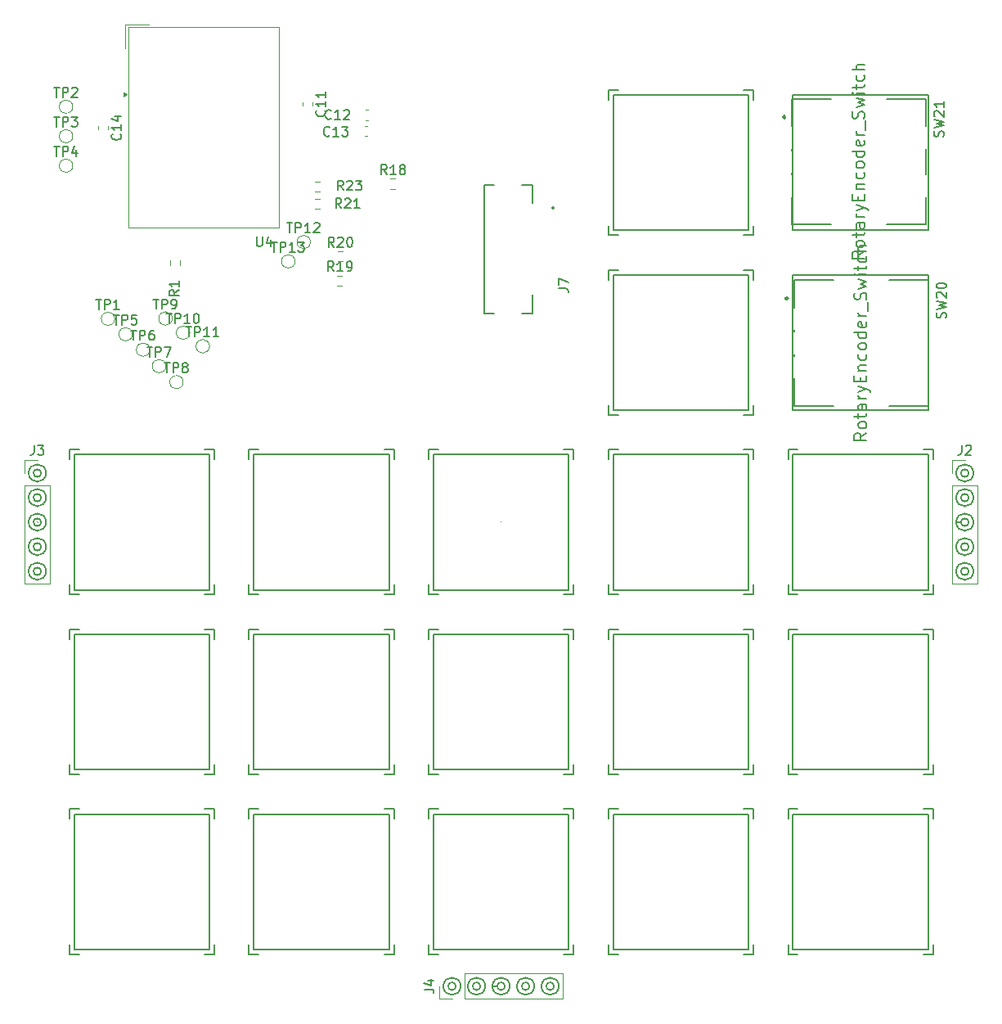
<source format=gbr>
%TF.GenerationSoftware,KiCad,Pcbnew,8.0.6*%
%TF.CreationDate,2025-02-04T14:09:59-07:00*%
%TF.ProjectId,Modular MacroPad,4d6f6475-6c61-4722-904d-6163726f5061,rev?*%
%TF.SameCoordinates,Original*%
%TF.FileFunction,Legend,Top*%
%TF.FilePolarity,Positive*%
%FSLAX46Y46*%
G04 Gerber Fmt 4.6, Leading zero omitted, Abs format (unit mm)*
G04 Created by KiCad (PCBNEW 8.0.6) date 2025-02-04 14:09:59*
%MOMM*%
%LPD*%
G01*
G04 APERTURE LIST*
%ADD10C,0.200000*%
%ADD11C,0.010050*%
%ADD12C,0.000100*%
%ADD13C,0.150000*%
%ADD14C,0.120000*%
%ADD15C,0.127000*%
%ADD16C,0.250000*%
G04 APERTURE END LIST*
D10*
X178428408Y-124301589D02*
X178428408Y-138301589D01*
X178428408Y-138301589D02*
X192428408Y-138301589D01*
X122628408Y-101101589D02*
X136628408Y-101101589D01*
X141228408Y-101101589D02*
X155228408Y-101101589D01*
X155228408Y-119701589D02*
X155228408Y-105701589D01*
X141228408Y-124301589D02*
X141228408Y-138301589D01*
X173828408Y-49901589D02*
X159828408Y-49901589D01*
X197128408Y-89021589D02*
G75*
G02*
X195328408Y-89021589I-900000J0D01*
G01*
X195328408Y-89021589D02*
G75*
G02*
X197128408Y-89021589I900000J0D01*
G01*
X173828408Y-119701589D02*
X173828408Y-105701589D01*
X197128408Y-91561589D02*
G75*
G02*
X195328408Y-91561589I-900000J0D01*
G01*
X195328408Y-91561589D02*
G75*
G02*
X197128408Y-91561589I900000J0D01*
G01*
X173828408Y-124301589D02*
X159828408Y-124301589D01*
X178428408Y-87101589D02*
X178428408Y-101101589D01*
X104028408Y-105701589D02*
X104028408Y-119701589D01*
X118028408Y-87101589D02*
X104028408Y-87101589D01*
X101128408Y-96641589D02*
G75*
G02*
X99328408Y-96641589I-900000J0D01*
G01*
X99328408Y-96641589D02*
G75*
G02*
X101128408Y-96641589I900000J0D01*
G01*
X147328408Y-142101589D02*
X147828408Y-142101589D01*
X192428408Y-124301589D02*
X178428408Y-124301589D01*
X141228408Y-138301589D02*
X155228408Y-138301589D01*
X178428408Y-119701589D02*
X192428408Y-119701589D01*
X192428408Y-82501589D02*
X192428408Y-68501589D01*
X173828408Y-63901589D02*
X173828408Y-49901589D01*
X136628408Y-138301589D02*
X136628408Y-124301589D01*
X196628408Y-94101589D02*
G75*
G02*
X195828408Y-94101589I-400000J0D01*
G01*
X195828408Y-94101589D02*
G75*
G02*
X196628408Y-94101589I400000J0D01*
G01*
X173828408Y-105701589D02*
X159828408Y-105701589D01*
X122628408Y-87101589D02*
X122628408Y-101101589D01*
X101128408Y-99181589D02*
G75*
G02*
X99328408Y-99181589I-900000J0D01*
G01*
X99328408Y-99181589D02*
G75*
G02*
X101128408Y-99181589I900000J0D01*
G01*
X155228408Y-124301589D02*
X141228408Y-124301589D01*
X100628408Y-89021589D02*
G75*
G02*
X99828408Y-89021589I-400000J0D01*
G01*
X99828408Y-89021589D02*
G75*
G02*
X100628408Y-89021589I400000J0D01*
G01*
X196628408Y-99181589D02*
G75*
G02*
X195828408Y-99181589I-400000J0D01*
G01*
X195828408Y-99181589D02*
G75*
G02*
X196628408Y-99181589I400000J0D01*
G01*
X159828408Y-119701589D02*
X173828408Y-119701589D01*
X173828408Y-87101589D02*
X159828408Y-87101589D01*
X178428408Y-105701589D02*
X178428408Y-119701589D01*
X136628408Y-87101589D02*
X122628408Y-87101589D01*
X101128408Y-89021589D02*
G75*
G02*
X99328408Y-89021589I-900000J0D01*
G01*
X99328408Y-89021589D02*
G75*
G02*
X101128408Y-89021589I900000J0D01*
G01*
X122628408Y-105701589D02*
X122628408Y-119701589D01*
X104028408Y-87101589D02*
X104028408Y-101101589D01*
X196628408Y-96641589D02*
G75*
G02*
X195828408Y-96641589I-400000J0D01*
G01*
X195828408Y-96641589D02*
G75*
G02*
X196628408Y-96641589I400000J0D01*
G01*
X100628408Y-91561589D02*
G75*
G02*
X99828408Y-91561589I-400000J0D01*
G01*
X99828408Y-91561589D02*
G75*
G02*
X100628408Y-91561589I400000J0D01*
G01*
X192428408Y-101101589D02*
X192428408Y-87101589D01*
X159828408Y-138301589D02*
X173828408Y-138301589D01*
X192428408Y-49901589D02*
X178428408Y-49901589D01*
X192428408Y-105701589D02*
X178428408Y-105701589D01*
X197128408Y-99181589D02*
G75*
G02*
X195328408Y-99181589I-900000J0D01*
G01*
X195328408Y-99181589D02*
G75*
G02*
X197128408Y-99181589I900000J0D01*
G01*
X197128408Y-94101589D02*
G75*
G02*
X195328408Y-94101589I-900000J0D01*
G01*
X195328408Y-94101589D02*
G75*
G02*
X197128408Y-94101589I900000J0D01*
G01*
X144048408Y-142101589D02*
G75*
G02*
X142248408Y-142101589I-900000J0D01*
G01*
X142248408Y-142101589D02*
G75*
G02*
X144048408Y-142101589I900000J0D01*
G01*
X149128408Y-142101589D02*
G75*
G02*
X147328408Y-142101589I-900000J0D01*
G01*
X147328408Y-142101589D02*
G75*
G02*
X149128408Y-142101589I900000J0D01*
G01*
X146588408Y-142101589D02*
G75*
G02*
X144788408Y-142101589I-900000J0D01*
G01*
X144788408Y-142101589D02*
G75*
G02*
X146588408Y-142101589I900000J0D01*
G01*
X178428408Y-68501589D02*
X178428408Y-82501589D01*
X118028408Y-119701589D02*
X118028408Y-105701589D01*
X118028408Y-101101589D02*
X118028408Y-87101589D01*
X122628408Y-138301589D02*
X136628408Y-138301589D01*
X159828408Y-124301589D02*
X159828408Y-138301589D01*
X104028408Y-138301589D02*
X118028408Y-138301589D01*
D11*
X100233433Y-94101589D02*
G75*
G02*
X100223383Y-94101589I-5025J0D01*
G01*
X100223383Y-94101589D02*
G75*
G02*
X100233433Y-94101589I5025J0D01*
G01*
D12*
X100218408Y-94101589D02*
X100228408Y-94101589D01*
D10*
X178428408Y-49901589D02*
X178428408Y-63901589D01*
X141228408Y-87101589D02*
X141228408Y-101101589D01*
X159828408Y-82501589D02*
X173828408Y-82501589D01*
X155228408Y-101101589D02*
X155228408Y-87101589D01*
X136628408Y-119701589D02*
X136628408Y-105701589D01*
X136628408Y-101101589D02*
X136628408Y-87101589D01*
X104028408Y-124301589D02*
X104028408Y-138301589D01*
X118028408Y-105701589D02*
X104028408Y-105701589D01*
X192428408Y-119701589D02*
X192428408Y-105701589D01*
X100628408Y-96641589D02*
G75*
G02*
X99828408Y-96641589I-400000J0D01*
G01*
X99828408Y-96641589D02*
G75*
G02*
X100628408Y-96641589I400000J0D01*
G01*
X146088408Y-142101589D02*
G75*
G02*
X145288408Y-142101589I-400000J0D01*
G01*
X145288408Y-142101589D02*
G75*
G02*
X146088408Y-142101589I400000J0D01*
G01*
X192428408Y-87101589D02*
X178428408Y-87101589D01*
X100628408Y-94101589D02*
G75*
G02*
X99828408Y-94101589I-400000J0D01*
G01*
X99828408Y-94101589D02*
G75*
G02*
X100628408Y-94101589I400000J0D01*
G01*
X153708408Y-142101589D02*
G75*
G02*
X152908408Y-142101589I-400000J0D01*
G01*
X152908408Y-142101589D02*
G75*
G02*
X153708408Y-142101589I400000J0D01*
G01*
D11*
X148233433Y-94101589D02*
G75*
G02*
X148223383Y-94101589I-5025J0D01*
G01*
X148223383Y-94101589D02*
G75*
G02*
X148233433Y-94101589I5025J0D01*
G01*
D10*
X173828408Y-68501589D02*
X159828408Y-68501589D01*
X155228408Y-138301589D02*
X155228408Y-124301589D01*
X151668408Y-142101589D02*
G75*
G02*
X149868408Y-142101589I-900000J0D01*
G01*
X149868408Y-142101589D02*
G75*
G02*
X151668408Y-142101589I900000J0D01*
G01*
X101128408Y-94101589D02*
G75*
G02*
X99328408Y-94101589I-900000J0D01*
G01*
X99328408Y-94101589D02*
G75*
G02*
X101128408Y-94101589I900000J0D01*
G01*
X101128408Y-91561589D02*
G75*
G02*
X99328408Y-91561589I-900000J0D01*
G01*
X99328408Y-91561589D02*
G75*
G02*
X101128408Y-91561589I900000J0D01*
G01*
X192428408Y-68501589D02*
X178428408Y-68501589D01*
X159828408Y-68501589D02*
X159828408Y-82501589D01*
X155228408Y-105701589D02*
X141228408Y-105701589D01*
X195328408Y-94101589D02*
X195828408Y-94101589D01*
X141228408Y-105701589D02*
X141228408Y-119701589D01*
X196628408Y-89021589D02*
G75*
G02*
X195828408Y-89021589I-400000J0D01*
G01*
X195828408Y-89021589D02*
G75*
G02*
X196628408Y-89021589I400000J0D01*
G01*
X192428408Y-63901589D02*
X192428408Y-49901589D01*
X136628408Y-105701589D02*
X122628408Y-105701589D01*
X155228408Y-87101589D02*
X141228408Y-87101589D01*
X178428408Y-63901589D02*
X192428408Y-63901589D01*
X104028408Y-101101589D02*
X118028408Y-101101589D01*
X196628408Y-91561589D02*
G75*
G02*
X195828408Y-91561589I-400000J0D01*
G01*
X195828408Y-91561589D02*
G75*
G02*
X196628408Y-91561589I400000J0D01*
G01*
X192428408Y-138301589D02*
X192428408Y-124301589D01*
X122628408Y-119701589D02*
X136628408Y-119701589D01*
X159828408Y-87101589D02*
X159828408Y-101101589D01*
X118028408Y-124301589D02*
X104028408Y-124301589D01*
X178428408Y-82501589D02*
X192428408Y-82501589D01*
X136628408Y-124301589D02*
X122628408Y-124301589D01*
X178428408Y-101101589D02*
X192428408Y-101101589D01*
X141228408Y-119701589D02*
X155228408Y-119701589D01*
X197128408Y-96641589D02*
G75*
G02*
X195328408Y-96641589I-900000J0D01*
G01*
X195328408Y-96641589D02*
G75*
G02*
X197128408Y-96641589I900000J0D01*
G01*
X122628408Y-124301589D02*
X122628408Y-138301589D01*
X159828408Y-63901589D02*
X173828408Y-63901589D01*
D11*
X148233433Y-94101589D02*
G75*
G02*
X148223383Y-94101589I-5025J0D01*
G01*
X148223383Y-94101589D02*
G75*
G02*
X148233433Y-94101589I5025J0D01*
G01*
D10*
X173828408Y-82501589D02*
X173828408Y-68501589D01*
X100628408Y-99181589D02*
G75*
G02*
X99828408Y-99181589I-400000J0D01*
G01*
X99828408Y-99181589D02*
G75*
G02*
X100628408Y-99181589I400000J0D01*
G01*
X151168408Y-142101589D02*
G75*
G02*
X150368408Y-142101589I-400000J0D01*
G01*
X150368408Y-142101589D02*
G75*
G02*
X151168408Y-142101589I400000J0D01*
G01*
X159828408Y-49901589D02*
X159828408Y-63901589D01*
X159828408Y-105701589D02*
X159828408Y-119701589D01*
X118028408Y-138301589D02*
X118028408Y-124301589D01*
X104028408Y-119701589D02*
X118028408Y-119701589D01*
X173828408Y-138301589D02*
X173828408Y-124301589D01*
X148628408Y-142101589D02*
G75*
G02*
X147828408Y-142101589I-400000J0D01*
G01*
X147828408Y-142101589D02*
G75*
G02*
X148628408Y-142101589I400000J0D01*
G01*
X143548408Y-142101589D02*
G75*
G02*
X142748408Y-142101589I-400000J0D01*
G01*
X142748408Y-142101589D02*
G75*
G02*
X143548408Y-142101589I400000J0D01*
G01*
X159828408Y-101101589D02*
X173828408Y-101101589D01*
X173828408Y-101101589D02*
X173828408Y-87101589D01*
X154208408Y-142101589D02*
G75*
G02*
X152408408Y-142101589I-900000J0D01*
G01*
X152408408Y-142101589D02*
G75*
G02*
X154208408Y-142101589I900000J0D01*
G01*
D13*
X124461885Y-65136835D02*
X125033313Y-65136835D01*
X124747599Y-66136835D02*
X124747599Y-65136835D01*
X125366647Y-66136835D02*
X125366647Y-65136835D01*
X125366647Y-65136835D02*
X125747599Y-65136835D01*
X125747599Y-65136835D02*
X125842837Y-65184454D01*
X125842837Y-65184454D02*
X125890456Y-65232073D01*
X125890456Y-65232073D02*
X125938075Y-65327311D01*
X125938075Y-65327311D02*
X125938075Y-65470168D01*
X125938075Y-65470168D02*
X125890456Y-65565406D01*
X125890456Y-65565406D02*
X125842837Y-65613025D01*
X125842837Y-65613025D02*
X125747599Y-65660644D01*
X125747599Y-65660644D02*
X125366647Y-65660644D01*
X126890456Y-66136835D02*
X126319028Y-66136835D01*
X126604742Y-66136835D02*
X126604742Y-65136835D01*
X126604742Y-65136835D02*
X126509504Y-65279692D01*
X126509504Y-65279692D02*
X126414266Y-65374930D01*
X126414266Y-65374930D02*
X126319028Y-65422549D01*
X127223790Y-65136835D02*
X127842837Y-65136835D01*
X127842837Y-65136835D02*
X127509504Y-65517787D01*
X127509504Y-65517787D02*
X127652361Y-65517787D01*
X127652361Y-65517787D02*
X127747599Y-65565406D01*
X127747599Y-65565406D02*
X127795218Y-65613025D01*
X127795218Y-65613025D02*
X127842837Y-65708263D01*
X127842837Y-65708263D02*
X127842837Y-65946358D01*
X127842837Y-65946358D02*
X127795218Y-66041596D01*
X127795218Y-66041596D02*
X127747599Y-66089216D01*
X127747599Y-66089216D02*
X127652361Y-66136835D01*
X127652361Y-66136835D02*
X127366647Y-66136835D01*
X127366647Y-66136835D02*
X127271409Y-66089216D01*
X127271409Y-66089216D02*
X127223790Y-66041596D01*
X126061885Y-63136835D02*
X126633313Y-63136835D01*
X126347599Y-64136835D02*
X126347599Y-63136835D01*
X126966647Y-64136835D02*
X126966647Y-63136835D01*
X126966647Y-63136835D02*
X127347599Y-63136835D01*
X127347599Y-63136835D02*
X127442837Y-63184454D01*
X127442837Y-63184454D02*
X127490456Y-63232073D01*
X127490456Y-63232073D02*
X127538075Y-63327311D01*
X127538075Y-63327311D02*
X127538075Y-63470168D01*
X127538075Y-63470168D02*
X127490456Y-63565406D01*
X127490456Y-63565406D02*
X127442837Y-63613025D01*
X127442837Y-63613025D02*
X127347599Y-63660644D01*
X127347599Y-63660644D02*
X126966647Y-63660644D01*
X128490456Y-64136835D02*
X127919028Y-64136835D01*
X128204742Y-64136835D02*
X128204742Y-63136835D01*
X128204742Y-63136835D02*
X128109504Y-63279692D01*
X128109504Y-63279692D02*
X128014266Y-63374930D01*
X128014266Y-63374930D02*
X127919028Y-63422549D01*
X128871409Y-63232073D02*
X128919028Y-63184454D01*
X128919028Y-63184454D02*
X129014266Y-63136835D01*
X129014266Y-63136835D02*
X129252361Y-63136835D01*
X129252361Y-63136835D02*
X129347599Y-63184454D01*
X129347599Y-63184454D02*
X129395218Y-63232073D01*
X129395218Y-63232073D02*
X129442837Y-63327311D01*
X129442837Y-63327311D02*
X129442837Y-63422549D01*
X129442837Y-63422549D02*
X129395218Y-63565406D01*
X129395218Y-63565406D02*
X128823790Y-64136835D01*
X128823790Y-64136835D02*
X129442837Y-64136835D01*
X101938075Y-55236835D02*
X102509503Y-55236835D01*
X102223789Y-56236835D02*
X102223789Y-55236835D01*
X102842837Y-56236835D02*
X102842837Y-55236835D01*
X102842837Y-55236835D02*
X103223789Y-55236835D01*
X103223789Y-55236835D02*
X103319027Y-55284454D01*
X103319027Y-55284454D02*
X103366646Y-55332073D01*
X103366646Y-55332073D02*
X103414265Y-55427311D01*
X103414265Y-55427311D02*
X103414265Y-55570168D01*
X103414265Y-55570168D02*
X103366646Y-55665406D01*
X103366646Y-55665406D02*
X103319027Y-55713025D01*
X103319027Y-55713025D02*
X103223789Y-55760644D01*
X103223789Y-55760644D02*
X102842837Y-55760644D01*
X104271408Y-55570168D02*
X104271408Y-56236835D01*
X104033313Y-55189216D02*
X103795218Y-55903501D01*
X103795218Y-55903501D02*
X104414265Y-55903501D01*
X101938075Y-52186835D02*
X102509503Y-52186835D01*
X102223789Y-53186835D02*
X102223789Y-52186835D01*
X102842837Y-53186835D02*
X102842837Y-52186835D01*
X102842837Y-52186835D02*
X103223789Y-52186835D01*
X103223789Y-52186835D02*
X103319027Y-52234454D01*
X103319027Y-52234454D02*
X103366646Y-52282073D01*
X103366646Y-52282073D02*
X103414265Y-52377311D01*
X103414265Y-52377311D02*
X103414265Y-52520168D01*
X103414265Y-52520168D02*
X103366646Y-52615406D01*
X103366646Y-52615406D02*
X103319027Y-52663025D01*
X103319027Y-52663025D02*
X103223789Y-52710644D01*
X103223789Y-52710644D02*
X102842837Y-52710644D01*
X103747599Y-52186835D02*
X104366646Y-52186835D01*
X104366646Y-52186835D02*
X104033313Y-52567787D01*
X104033313Y-52567787D02*
X104176170Y-52567787D01*
X104176170Y-52567787D02*
X104271408Y-52615406D01*
X104271408Y-52615406D02*
X104319027Y-52663025D01*
X104319027Y-52663025D02*
X104366646Y-52758263D01*
X104366646Y-52758263D02*
X104366646Y-52996358D01*
X104366646Y-52996358D02*
X104319027Y-53091596D01*
X104319027Y-53091596D02*
X104271408Y-53139216D01*
X104271408Y-53139216D02*
X104176170Y-53186835D01*
X104176170Y-53186835D02*
X103890456Y-53186835D01*
X103890456Y-53186835D02*
X103795218Y-53139216D01*
X103795218Y-53139216D02*
X103747599Y-53091596D01*
X101938075Y-49136835D02*
X102509503Y-49136835D01*
X102223789Y-50136835D02*
X102223789Y-49136835D01*
X102842837Y-50136835D02*
X102842837Y-49136835D01*
X102842837Y-49136835D02*
X103223789Y-49136835D01*
X103223789Y-49136835D02*
X103319027Y-49184454D01*
X103319027Y-49184454D02*
X103366646Y-49232073D01*
X103366646Y-49232073D02*
X103414265Y-49327311D01*
X103414265Y-49327311D02*
X103414265Y-49470168D01*
X103414265Y-49470168D02*
X103366646Y-49565406D01*
X103366646Y-49565406D02*
X103319027Y-49613025D01*
X103319027Y-49613025D02*
X103223789Y-49660644D01*
X103223789Y-49660644D02*
X102842837Y-49660644D01*
X103795218Y-49232073D02*
X103842837Y-49184454D01*
X103842837Y-49184454D02*
X103938075Y-49136835D01*
X103938075Y-49136835D02*
X104176170Y-49136835D01*
X104176170Y-49136835D02*
X104271408Y-49184454D01*
X104271408Y-49184454D02*
X104319027Y-49232073D01*
X104319027Y-49232073D02*
X104366646Y-49327311D01*
X104366646Y-49327311D02*
X104366646Y-49422549D01*
X104366646Y-49422549D02*
X104319027Y-49565406D01*
X104319027Y-49565406D02*
X103747599Y-50136835D01*
X103747599Y-50136835D02*
X104366646Y-50136835D01*
X115613085Y-73912835D02*
X116184513Y-73912835D01*
X115898799Y-74912835D02*
X115898799Y-73912835D01*
X116517847Y-74912835D02*
X116517847Y-73912835D01*
X116517847Y-73912835D02*
X116898799Y-73912835D01*
X116898799Y-73912835D02*
X116994037Y-73960454D01*
X116994037Y-73960454D02*
X117041656Y-74008073D01*
X117041656Y-74008073D02*
X117089275Y-74103311D01*
X117089275Y-74103311D02*
X117089275Y-74246168D01*
X117089275Y-74246168D02*
X117041656Y-74341406D01*
X117041656Y-74341406D02*
X116994037Y-74389025D01*
X116994037Y-74389025D02*
X116898799Y-74436644D01*
X116898799Y-74436644D02*
X116517847Y-74436644D01*
X118041656Y-74912835D02*
X117470228Y-74912835D01*
X117755942Y-74912835D02*
X117755942Y-73912835D01*
X117755942Y-73912835D02*
X117660704Y-74055692D01*
X117660704Y-74055692D02*
X117565466Y-74150930D01*
X117565466Y-74150930D02*
X117470228Y-74198549D01*
X118994037Y-74912835D02*
X118422609Y-74912835D01*
X118708323Y-74912835D02*
X118708323Y-73912835D01*
X118708323Y-73912835D02*
X118613085Y-74055692D01*
X118613085Y-74055692D02*
X118517847Y-74150930D01*
X118517847Y-74150930D02*
X118422609Y-74198549D01*
X113581085Y-72515835D02*
X114152513Y-72515835D01*
X113866799Y-73515835D02*
X113866799Y-72515835D01*
X114485847Y-73515835D02*
X114485847Y-72515835D01*
X114485847Y-72515835D02*
X114866799Y-72515835D01*
X114866799Y-72515835D02*
X114962037Y-72563454D01*
X114962037Y-72563454D02*
X115009656Y-72611073D01*
X115009656Y-72611073D02*
X115057275Y-72706311D01*
X115057275Y-72706311D02*
X115057275Y-72849168D01*
X115057275Y-72849168D02*
X115009656Y-72944406D01*
X115009656Y-72944406D02*
X114962037Y-72992025D01*
X114962037Y-72992025D02*
X114866799Y-73039644D01*
X114866799Y-73039644D02*
X114485847Y-73039644D01*
X116009656Y-73515835D02*
X115438228Y-73515835D01*
X115723942Y-73515835D02*
X115723942Y-72515835D01*
X115723942Y-72515835D02*
X115628704Y-72658692D01*
X115628704Y-72658692D02*
X115533466Y-72753930D01*
X115533466Y-72753930D02*
X115438228Y-72801549D01*
X116628704Y-72515835D02*
X116723942Y-72515835D01*
X116723942Y-72515835D02*
X116819180Y-72563454D01*
X116819180Y-72563454D02*
X116866799Y-72611073D01*
X116866799Y-72611073D02*
X116914418Y-72706311D01*
X116914418Y-72706311D02*
X116962037Y-72896787D01*
X116962037Y-72896787D02*
X116962037Y-73134882D01*
X116962037Y-73134882D02*
X116914418Y-73325358D01*
X116914418Y-73325358D02*
X116866799Y-73420596D01*
X116866799Y-73420596D02*
X116819180Y-73468216D01*
X116819180Y-73468216D02*
X116723942Y-73515835D01*
X116723942Y-73515835D02*
X116628704Y-73515835D01*
X116628704Y-73515835D02*
X116533466Y-73468216D01*
X116533466Y-73468216D02*
X116485847Y-73420596D01*
X116485847Y-73420596D02*
X116438228Y-73325358D01*
X116438228Y-73325358D02*
X116390609Y-73134882D01*
X116390609Y-73134882D02*
X116390609Y-72896787D01*
X116390609Y-72896787D02*
X116438228Y-72706311D01*
X116438228Y-72706311D02*
X116485847Y-72611073D01*
X116485847Y-72611073D02*
X116533466Y-72563454D01*
X116533466Y-72563454D02*
X116628704Y-72515835D01*
X112228475Y-71042635D02*
X112799903Y-71042635D01*
X112514189Y-72042635D02*
X112514189Y-71042635D01*
X113133237Y-72042635D02*
X113133237Y-71042635D01*
X113133237Y-71042635D02*
X113514189Y-71042635D01*
X113514189Y-71042635D02*
X113609427Y-71090254D01*
X113609427Y-71090254D02*
X113657046Y-71137873D01*
X113657046Y-71137873D02*
X113704665Y-71233111D01*
X113704665Y-71233111D02*
X113704665Y-71375968D01*
X113704665Y-71375968D02*
X113657046Y-71471206D01*
X113657046Y-71471206D02*
X113609427Y-71518825D01*
X113609427Y-71518825D02*
X113514189Y-71566444D01*
X113514189Y-71566444D02*
X113133237Y-71566444D01*
X114180856Y-72042635D02*
X114371332Y-72042635D01*
X114371332Y-72042635D02*
X114466570Y-71995016D01*
X114466570Y-71995016D02*
X114514189Y-71947396D01*
X114514189Y-71947396D02*
X114609427Y-71804539D01*
X114609427Y-71804539D02*
X114657046Y-71614063D01*
X114657046Y-71614063D02*
X114657046Y-71233111D01*
X114657046Y-71233111D02*
X114609427Y-71137873D01*
X114609427Y-71137873D02*
X114561808Y-71090254D01*
X114561808Y-71090254D02*
X114466570Y-71042635D01*
X114466570Y-71042635D02*
X114276094Y-71042635D01*
X114276094Y-71042635D02*
X114180856Y-71090254D01*
X114180856Y-71090254D02*
X114133237Y-71137873D01*
X114133237Y-71137873D02*
X114085618Y-71233111D01*
X114085618Y-71233111D02*
X114085618Y-71471206D01*
X114085618Y-71471206D02*
X114133237Y-71566444D01*
X114133237Y-71566444D02*
X114180856Y-71614063D01*
X114180856Y-71614063D02*
X114276094Y-71661682D01*
X114276094Y-71661682D02*
X114466570Y-71661682D01*
X114466570Y-71661682D02*
X114561808Y-71614063D01*
X114561808Y-71614063D02*
X114609427Y-71566444D01*
X114609427Y-71566444D02*
X114657046Y-71471206D01*
X113371475Y-77621235D02*
X113942903Y-77621235D01*
X113657189Y-78621235D02*
X113657189Y-77621235D01*
X114276237Y-78621235D02*
X114276237Y-77621235D01*
X114276237Y-77621235D02*
X114657189Y-77621235D01*
X114657189Y-77621235D02*
X114752427Y-77668854D01*
X114752427Y-77668854D02*
X114800046Y-77716473D01*
X114800046Y-77716473D02*
X114847665Y-77811711D01*
X114847665Y-77811711D02*
X114847665Y-77954568D01*
X114847665Y-77954568D02*
X114800046Y-78049806D01*
X114800046Y-78049806D02*
X114752427Y-78097425D01*
X114752427Y-78097425D02*
X114657189Y-78145044D01*
X114657189Y-78145044D02*
X114276237Y-78145044D01*
X115419094Y-78049806D02*
X115323856Y-78002187D01*
X115323856Y-78002187D02*
X115276237Y-77954568D01*
X115276237Y-77954568D02*
X115228618Y-77859330D01*
X115228618Y-77859330D02*
X115228618Y-77811711D01*
X115228618Y-77811711D02*
X115276237Y-77716473D01*
X115276237Y-77716473D02*
X115323856Y-77668854D01*
X115323856Y-77668854D02*
X115419094Y-77621235D01*
X115419094Y-77621235D02*
X115609570Y-77621235D01*
X115609570Y-77621235D02*
X115704808Y-77668854D01*
X115704808Y-77668854D02*
X115752427Y-77716473D01*
X115752427Y-77716473D02*
X115800046Y-77811711D01*
X115800046Y-77811711D02*
X115800046Y-77859330D01*
X115800046Y-77859330D02*
X115752427Y-77954568D01*
X115752427Y-77954568D02*
X115704808Y-78002187D01*
X115704808Y-78002187D02*
X115609570Y-78049806D01*
X115609570Y-78049806D02*
X115419094Y-78049806D01*
X115419094Y-78049806D02*
X115323856Y-78097425D01*
X115323856Y-78097425D02*
X115276237Y-78145044D01*
X115276237Y-78145044D02*
X115228618Y-78240282D01*
X115228618Y-78240282D02*
X115228618Y-78430758D01*
X115228618Y-78430758D02*
X115276237Y-78525996D01*
X115276237Y-78525996D02*
X115323856Y-78573616D01*
X115323856Y-78573616D02*
X115419094Y-78621235D01*
X115419094Y-78621235D02*
X115609570Y-78621235D01*
X115609570Y-78621235D02*
X115704808Y-78573616D01*
X115704808Y-78573616D02*
X115752427Y-78525996D01*
X115752427Y-78525996D02*
X115800046Y-78430758D01*
X115800046Y-78430758D02*
X115800046Y-78240282D01*
X115800046Y-78240282D02*
X115752427Y-78145044D01*
X115752427Y-78145044D02*
X115704808Y-78097425D01*
X115704808Y-78097425D02*
X115609570Y-78049806D01*
X111568075Y-75970235D02*
X112139503Y-75970235D01*
X111853789Y-76970235D02*
X111853789Y-75970235D01*
X112472837Y-76970235D02*
X112472837Y-75970235D01*
X112472837Y-75970235D02*
X112853789Y-75970235D01*
X112853789Y-75970235D02*
X112949027Y-76017854D01*
X112949027Y-76017854D02*
X112996646Y-76065473D01*
X112996646Y-76065473D02*
X113044265Y-76160711D01*
X113044265Y-76160711D02*
X113044265Y-76303568D01*
X113044265Y-76303568D02*
X112996646Y-76398806D01*
X112996646Y-76398806D02*
X112949027Y-76446425D01*
X112949027Y-76446425D02*
X112853789Y-76494044D01*
X112853789Y-76494044D02*
X112472837Y-76494044D01*
X113377599Y-75970235D02*
X114044265Y-75970235D01*
X114044265Y-75970235D02*
X113615694Y-76970235D01*
X109917075Y-74268435D02*
X110488503Y-74268435D01*
X110202789Y-75268435D02*
X110202789Y-74268435D01*
X110821837Y-75268435D02*
X110821837Y-74268435D01*
X110821837Y-74268435D02*
X111202789Y-74268435D01*
X111202789Y-74268435D02*
X111298027Y-74316054D01*
X111298027Y-74316054D02*
X111345646Y-74363673D01*
X111345646Y-74363673D02*
X111393265Y-74458911D01*
X111393265Y-74458911D02*
X111393265Y-74601768D01*
X111393265Y-74601768D02*
X111345646Y-74697006D01*
X111345646Y-74697006D02*
X111298027Y-74744625D01*
X111298027Y-74744625D02*
X111202789Y-74792244D01*
X111202789Y-74792244D02*
X110821837Y-74792244D01*
X112250408Y-74268435D02*
X112059932Y-74268435D01*
X112059932Y-74268435D02*
X111964694Y-74316054D01*
X111964694Y-74316054D02*
X111917075Y-74363673D01*
X111917075Y-74363673D02*
X111821837Y-74506530D01*
X111821837Y-74506530D02*
X111774218Y-74697006D01*
X111774218Y-74697006D02*
X111774218Y-75077958D01*
X111774218Y-75077958D02*
X111821837Y-75173196D01*
X111821837Y-75173196D02*
X111869456Y-75220816D01*
X111869456Y-75220816D02*
X111964694Y-75268435D01*
X111964694Y-75268435D02*
X112155170Y-75268435D01*
X112155170Y-75268435D02*
X112250408Y-75220816D01*
X112250408Y-75220816D02*
X112298027Y-75173196D01*
X112298027Y-75173196D02*
X112345646Y-75077958D01*
X112345646Y-75077958D02*
X112345646Y-74839863D01*
X112345646Y-74839863D02*
X112298027Y-74744625D01*
X112298027Y-74744625D02*
X112250408Y-74697006D01*
X112250408Y-74697006D02*
X112155170Y-74649387D01*
X112155170Y-74649387D02*
X111964694Y-74649387D01*
X111964694Y-74649387D02*
X111869456Y-74697006D01*
X111869456Y-74697006D02*
X111821837Y-74744625D01*
X111821837Y-74744625D02*
X111774218Y-74839863D01*
X108113675Y-72668235D02*
X108685103Y-72668235D01*
X108399389Y-73668235D02*
X108399389Y-72668235D01*
X109018437Y-73668235D02*
X109018437Y-72668235D01*
X109018437Y-72668235D02*
X109399389Y-72668235D01*
X109399389Y-72668235D02*
X109494627Y-72715854D01*
X109494627Y-72715854D02*
X109542246Y-72763473D01*
X109542246Y-72763473D02*
X109589865Y-72858711D01*
X109589865Y-72858711D02*
X109589865Y-73001568D01*
X109589865Y-73001568D02*
X109542246Y-73096806D01*
X109542246Y-73096806D02*
X109494627Y-73144425D01*
X109494627Y-73144425D02*
X109399389Y-73192044D01*
X109399389Y-73192044D02*
X109018437Y-73192044D01*
X110494627Y-72668235D02*
X110018437Y-72668235D01*
X110018437Y-72668235D02*
X109970818Y-73144425D01*
X109970818Y-73144425D02*
X110018437Y-73096806D01*
X110018437Y-73096806D02*
X110113675Y-73049187D01*
X110113675Y-73049187D02*
X110351770Y-73049187D01*
X110351770Y-73049187D02*
X110447008Y-73096806D01*
X110447008Y-73096806D02*
X110494627Y-73144425D01*
X110494627Y-73144425D02*
X110542246Y-73239663D01*
X110542246Y-73239663D02*
X110542246Y-73477758D01*
X110542246Y-73477758D02*
X110494627Y-73572996D01*
X110494627Y-73572996D02*
X110447008Y-73620616D01*
X110447008Y-73620616D02*
X110351770Y-73668235D01*
X110351770Y-73668235D02*
X110113675Y-73668235D01*
X110113675Y-73668235D02*
X110018437Y-73620616D01*
X110018437Y-73620616D02*
X109970818Y-73572996D01*
X106284875Y-71068035D02*
X106856303Y-71068035D01*
X106570589Y-72068035D02*
X106570589Y-71068035D01*
X107189637Y-72068035D02*
X107189637Y-71068035D01*
X107189637Y-71068035D02*
X107570589Y-71068035D01*
X107570589Y-71068035D02*
X107665827Y-71115654D01*
X107665827Y-71115654D02*
X107713446Y-71163273D01*
X107713446Y-71163273D02*
X107761065Y-71258511D01*
X107761065Y-71258511D02*
X107761065Y-71401368D01*
X107761065Y-71401368D02*
X107713446Y-71496606D01*
X107713446Y-71496606D02*
X107665827Y-71544225D01*
X107665827Y-71544225D02*
X107570589Y-71591844D01*
X107570589Y-71591844D02*
X107189637Y-71591844D01*
X108713446Y-72068035D02*
X108142018Y-72068035D01*
X108427732Y-72068035D02*
X108427732Y-71068035D01*
X108427732Y-71068035D02*
X108332494Y-71210892D01*
X108332494Y-71210892D02*
X108237256Y-71306130D01*
X108237256Y-71306130D02*
X108142018Y-71353749D01*
X154193999Y-69933549D02*
X154908284Y-69933549D01*
X154908284Y-69933549D02*
X155051141Y-69981168D01*
X155051141Y-69981168D02*
X155146380Y-70076406D01*
X155146380Y-70076406D02*
X155193999Y-70219263D01*
X155193999Y-70219263D02*
X155193999Y-70314501D01*
X154193999Y-69552596D02*
X154193999Y-68885930D01*
X154193999Y-68885930D02*
X155193999Y-69314501D01*
X130893532Y-68136027D02*
X130560199Y-67659836D01*
X130322104Y-68136027D02*
X130322104Y-67136027D01*
X130322104Y-67136027D02*
X130703056Y-67136027D01*
X130703056Y-67136027D02*
X130798294Y-67183646D01*
X130798294Y-67183646D02*
X130845913Y-67231265D01*
X130845913Y-67231265D02*
X130893532Y-67326503D01*
X130893532Y-67326503D02*
X130893532Y-67469360D01*
X130893532Y-67469360D02*
X130845913Y-67564598D01*
X130845913Y-67564598D02*
X130798294Y-67612217D01*
X130798294Y-67612217D02*
X130703056Y-67659836D01*
X130703056Y-67659836D02*
X130322104Y-67659836D01*
X131845913Y-68136027D02*
X131274485Y-68136027D01*
X131560199Y-68136027D02*
X131560199Y-67136027D01*
X131560199Y-67136027D02*
X131464961Y-67278884D01*
X131464961Y-67278884D02*
X131369723Y-67374122D01*
X131369723Y-67374122D02*
X131274485Y-67421741D01*
X132322104Y-68136027D02*
X132512580Y-68136027D01*
X132512580Y-68136027D02*
X132607818Y-68088408D01*
X132607818Y-68088408D02*
X132655437Y-68040788D01*
X132655437Y-68040788D02*
X132750675Y-67897931D01*
X132750675Y-67897931D02*
X132798294Y-67707455D01*
X132798294Y-67707455D02*
X132798294Y-67326503D01*
X132798294Y-67326503D02*
X132750675Y-67231265D01*
X132750675Y-67231265D02*
X132703056Y-67183646D01*
X132703056Y-67183646D02*
X132607818Y-67136027D01*
X132607818Y-67136027D02*
X132417342Y-67136027D01*
X132417342Y-67136027D02*
X132322104Y-67183646D01*
X132322104Y-67183646D02*
X132274485Y-67231265D01*
X132274485Y-67231265D02*
X132226866Y-67326503D01*
X132226866Y-67326503D02*
X132226866Y-67564598D01*
X132226866Y-67564598D02*
X132274485Y-67659836D01*
X132274485Y-67659836D02*
X132322104Y-67707455D01*
X132322104Y-67707455D02*
X132417342Y-67755074D01*
X132417342Y-67755074D02*
X132607818Y-67755074D01*
X132607818Y-67755074D02*
X132703056Y-67707455D01*
X132703056Y-67707455D02*
X132750675Y-67659836D01*
X132750675Y-67659836D02*
X132798294Y-67564598D01*
X129963470Y-51504065D02*
X130011090Y-51551684D01*
X130011090Y-51551684D02*
X130058709Y-51694541D01*
X130058709Y-51694541D02*
X130058709Y-51789779D01*
X130058709Y-51789779D02*
X130011090Y-51932636D01*
X130011090Y-51932636D02*
X129915851Y-52027874D01*
X129915851Y-52027874D02*
X129820613Y-52075493D01*
X129820613Y-52075493D02*
X129630137Y-52123112D01*
X129630137Y-52123112D02*
X129487280Y-52123112D01*
X129487280Y-52123112D02*
X129296804Y-52075493D01*
X129296804Y-52075493D02*
X129201566Y-52027874D01*
X129201566Y-52027874D02*
X129106328Y-51932636D01*
X129106328Y-51932636D02*
X129058709Y-51789779D01*
X129058709Y-51789779D02*
X129058709Y-51694541D01*
X129058709Y-51694541D02*
X129106328Y-51551684D01*
X129106328Y-51551684D02*
X129153947Y-51504065D01*
X130058709Y-50551684D02*
X130058709Y-51123112D01*
X130058709Y-50837398D02*
X129058709Y-50837398D01*
X129058709Y-50837398D02*
X129201566Y-50932636D01*
X129201566Y-50932636D02*
X129296804Y-51027874D01*
X129296804Y-51027874D02*
X129344423Y-51123112D01*
X130058709Y-49599303D02*
X130058709Y-50170731D01*
X130058709Y-49885017D02*
X129058709Y-49885017D01*
X129058709Y-49885017D02*
X129201566Y-49980255D01*
X129201566Y-49980255D02*
X129296804Y-50075493D01*
X129296804Y-50075493D02*
X129344423Y-50170731D01*
X131693532Y-61616027D02*
X131360199Y-61139836D01*
X131122104Y-61616027D02*
X131122104Y-60616027D01*
X131122104Y-60616027D02*
X131503056Y-60616027D01*
X131503056Y-60616027D02*
X131598294Y-60663646D01*
X131598294Y-60663646D02*
X131645913Y-60711265D01*
X131645913Y-60711265D02*
X131693532Y-60806503D01*
X131693532Y-60806503D02*
X131693532Y-60949360D01*
X131693532Y-60949360D02*
X131645913Y-61044598D01*
X131645913Y-61044598D02*
X131598294Y-61092217D01*
X131598294Y-61092217D02*
X131503056Y-61139836D01*
X131503056Y-61139836D02*
X131122104Y-61139836D01*
X132074485Y-60711265D02*
X132122104Y-60663646D01*
X132122104Y-60663646D02*
X132217342Y-60616027D01*
X132217342Y-60616027D02*
X132455437Y-60616027D01*
X132455437Y-60616027D02*
X132550675Y-60663646D01*
X132550675Y-60663646D02*
X132598294Y-60711265D01*
X132598294Y-60711265D02*
X132645913Y-60806503D01*
X132645913Y-60806503D02*
X132645913Y-60901741D01*
X132645913Y-60901741D02*
X132598294Y-61044598D01*
X132598294Y-61044598D02*
X132026866Y-61616027D01*
X132026866Y-61616027D02*
X132645913Y-61616027D01*
X133598294Y-61616027D02*
X133026866Y-61616027D01*
X133312580Y-61616027D02*
X133312580Y-60616027D01*
X133312580Y-60616027D02*
X133217342Y-60758884D01*
X133217342Y-60758884D02*
X133122104Y-60854122D01*
X133122104Y-60854122D02*
X133026866Y-60901741D01*
X195904274Y-86135408D02*
X195904274Y-86849693D01*
X195904274Y-86849693D02*
X195856655Y-86992550D01*
X195856655Y-86992550D02*
X195761417Y-87087789D01*
X195761417Y-87087789D02*
X195618560Y-87135408D01*
X195618560Y-87135408D02*
X195523322Y-87135408D01*
X196332846Y-86230646D02*
X196380465Y-86183027D01*
X196380465Y-86183027D02*
X196475703Y-86135408D01*
X196475703Y-86135408D02*
X196713798Y-86135408D01*
X196713798Y-86135408D02*
X196809036Y-86183027D01*
X196809036Y-86183027D02*
X196856655Y-86230646D01*
X196856655Y-86230646D02*
X196904274Y-86325884D01*
X196904274Y-86325884D02*
X196904274Y-86421122D01*
X196904274Y-86421122D02*
X196856655Y-86563979D01*
X196856655Y-86563979D02*
X196285227Y-87135408D01*
X196285227Y-87135408D02*
X196904274Y-87135408D01*
X99892274Y-86135408D02*
X99892274Y-86849693D01*
X99892274Y-86849693D02*
X99844655Y-86992550D01*
X99844655Y-86992550D02*
X99749417Y-87087789D01*
X99749417Y-87087789D02*
X99606560Y-87135408D01*
X99606560Y-87135408D02*
X99511322Y-87135408D01*
X100273227Y-86135408D02*
X100892274Y-86135408D01*
X100892274Y-86135408D02*
X100558941Y-86516360D01*
X100558941Y-86516360D02*
X100701798Y-86516360D01*
X100701798Y-86516360D02*
X100797036Y-86563979D01*
X100797036Y-86563979D02*
X100844655Y-86611598D01*
X100844655Y-86611598D02*
X100892274Y-86706836D01*
X100892274Y-86706836D02*
X100892274Y-86944931D01*
X100892274Y-86944931D02*
X100844655Y-87040169D01*
X100844655Y-87040169D02*
X100797036Y-87087789D01*
X100797036Y-87087789D02*
X100701798Y-87135408D01*
X100701798Y-87135408D02*
X100416084Y-87135408D01*
X100416084Y-87135408D02*
X100320846Y-87087789D01*
X100320846Y-87087789D02*
X100273227Y-87040169D01*
X136401508Y-58134427D02*
X136068175Y-57658236D01*
X135830080Y-58134427D02*
X135830080Y-57134427D01*
X135830080Y-57134427D02*
X136211032Y-57134427D01*
X136211032Y-57134427D02*
X136306270Y-57182046D01*
X136306270Y-57182046D02*
X136353889Y-57229665D01*
X136353889Y-57229665D02*
X136401508Y-57324903D01*
X136401508Y-57324903D02*
X136401508Y-57467760D01*
X136401508Y-57467760D02*
X136353889Y-57562998D01*
X136353889Y-57562998D02*
X136306270Y-57610617D01*
X136306270Y-57610617D02*
X136211032Y-57658236D01*
X136211032Y-57658236D02*
X135830080Y-57658236D01*
X137353889Y-58134427D02*
X136782461Y-58134427D01*
X137068175Y-58134427D02*
X137068175Y-57134427D01*
X137068175Y-57134427D02*
X136972937Y-57277284D01*
X136972937Y-57277284D02*
X136877699Y-57372522D01*
X136877699Y-57372522D02*
X136782461Y-57420141D01*
X137925318Y-57562998D02*
X137830080Y-57515379D01*
X137830080Y-57515379D02*
X137782461Y-57467760D01*
X137782461Y-57467760D02*
X137734842Y-57372522D01*
X137734842Y-57372522D02*
X137734842Y-57324903D01*
X137734842Y-57324903D02*
X137782461Y-57229665D01*
X137782461Y-57229665D02*
X137830080Y-57182046D01*
X137830080Y-57182046D02*
X137925318Y-57134427D01*
X137925318Y-57134427D02*
X138115794Y-57134427D01*
X138115794Y-57134427D02*
X138211032Y-57182046D01*
X138211032Y-57182046D02*
X138258651Y-57229665D01*
X138258651Y-57229665D02*
X138306270Y-57324903D01*
X138306270Y-57324903D02*
X138306270Y-57372522D01*
X138306270Y-57372522D02*
X138258651Y-57467760D01*
X138258651Y-57467760D02*
X138211032Y-57515379D01*
X138211032Y-57515379D02*
X138115794Y-57562998D01*
X138115794Y-57562998D02*
X137925318Y-57562998D01*
X137925318Y-57562998D02*
X137830080Y-57610617D01*
X137830080Y-57610617D02*
X137782461Y-57658236D01*
X137782461Y-57658236D02*
X137734842Y-57753474D01*
X137734842Y-57753474D02*
X137734842Y-57943950D01*
X137734842Y-57943950D02*
X137782461Y-58039188D01*
X137782461Y-58039188D02*
X137830080Y-58086808D01*
X137830080Y-58086808D02*
X137925318Y-58134427D01*
X137925318Y-58134427D02*
X138115794Y-58134427D01*
X138115794Y-58134427D02*
X138211032Y-58086808D01*
X138211032Y-58086808D02*
X138258651Y-58039188D01*
X138258651Y-58039188D02*
X138306270Y-57943950D01*
X138306270Y-57943950D02*
X138306270Y-57753474D01*
X138306270Y-57753474D02*
X138258651Y-57658236D01*
X138258651Y-57658236D02*
X138211032Y-57610617D01*
X138211032Y-57610617D02*
X138115794Y-57562998D01*
X122939275Y-64566027D02*
X122939275Y-65375550D01*
X122939275Y-65375550D02*
X122986894Y-65470788D01*
X122986894Y-65470788D02*
X123034513Y-65518408D01*
X123034513Y-65518408D02*
X123129751Y-65566027D01*
X123129751Y-65566027D02*
X123320227Y-65566027D01*
X123320227Y-65566027D02*
X123415465Y-65518408D01*
X123415465Y-65518408D02*
X123463084Y-65470788D01*
X123463084Y-65470788D02*
X123510703Y-65375550D01*
X123510703Y-65375550D02*
X123510703Y-64566027D01*
X124415465Y-64899360D02*
X124415465Y-65566027D01*
X124177370Y-64518408D02*
X123939275Y-65232693D01*
X123939275Y-65232693D02*
X124558322Y-65232693D01*
X130481332Y-54099988D02*
X130433713Y-54147608D01*
X130433713Y-54147608D02*
X130290856Y-54195227D01*
X130290856Y-54195227D02*
X130195618Y-54195227D01*
X130195618Y-54195227D02*
X130052761Y-54147608D01*
X130052761Y-54147608D02*
X129957523Y-54052369D01*
X129957523Y-54052369D02*
X129909904Y-53957131D01*
X129909904Y-53957131D02*
X129862285Y-53766655D01*
X129862285Y-53766655D02*
X129862285Y-53623798D01*
X129862285Y-53623798D02*
X129909904Y-53433322D01*
X129909904Y-53433322D02*
X129957523Y-53338084D01*
X129957523Y-53338084D02*
X130052761Y-53242846D01*
X130052761Y-53242846D02*
X130195618Y-53195227D01*
X130195618Y-53195227D02*
X130290856Y-53195227D01*
X130290856Y-53195227D02*
X130433713Y-53242846D01*
X130433713Y-53242846D02*
X130481332Y-53290465D01*
X131433713Y-54195227D02*
X130862285Y-54195227D01*
X131147999Y-54195227D02*
X131147999Y-53195227D01*
X131147999Y-53195227D02*
X131052761Y-53338084D01*
X131052761Y-53338084D02*
X130957523Y-53433322D01*
X130957523Y-53433322D02*
X130862285Y-53480941D01*
X131767047Y-53195227D02*
X132386094Y-53195227D01*
X132386094Y-53195227D02*
X132052761Y-53576179D01*
X132052761Y-53576179D02*
X132195618Y-53576179D01*
X132195618Y-53576179D02*
X132290856Y-53623798D01*
X132290856Y-53623798D02*
X132338475Y-53671417D01*
X132338475Y-53671417D02*
X132386094Y-53766655D01*
X132386094Y-53766655D02*
X132386094Y-54004750D01*
X132386094Y-54004750D02*
X132338475Y-54099988D01*
X132338475Y-54099988D02*
X132290856Y-54147608D01*
X132290856Y-54147608D02*
X132195618Y-54195227D01*
X132195618Y-54195227D02*
X131909904Y-54195227D01*
X131909904Y-54195227D02*
X131814666Y-54147608D01*
X131814666Y-54147608D02*
X131767047Y-54099988D01*
X194243590Y-72969415D02*
X194291209Y-72826558D01*
X194291209Y-72826558D02*
X194291209Y-72588463D01*
X194291209Y-72588463D02*
X194243590Y-72493225D01*
X194243590Y-72493225D02*
X194195970Y-72445606D01*
X194195970Y-72445606D02*
X194100732Y-72397987D01*
X194100732Y-72397987D02*
X194005494Y-72397987D01*
X194005494Y-72397987D02*
X193910256Y-72445606D01*
X193910256Y-72445606D02*
X193862637Y-72493225D01*
X193862637Y-72493225D02*
X193815018Y-72588463D01*
X193815018Y-72588463D02*
X193767399Y-72778939D01*
X193767399Y-72778939D02*
X193719780Y-72874177D01*
X193719780Y-72874177D02*
X193672161Y-72921796D01*
X193672161Y-72921796D02*
X193576923Y-72969415D01*
X193576923Y-72969415D02*
X193481685Y-72969415D01*
X193481685Y-72969415D02*
X193386447Y-72921796D01*
X193386447Y-72921796D02*
X193338828Y-72874177D01*
X193338828Y-72874177D02*
X193291209Y-72778939D01*
X193291209Y-72778939D02*
X193291209Y-72540844D01*
X193291209Y-72540844D02*
X193338828Y-72397987D01*
X193291209Y-72064653D02*
X194291209Y-71826558D01*
X194291209Y-71826558D02*
X193576923Y-71636082D01*
X193576923Y-71636082D02*
X194291209Y-71445606D01*
X194291209Y-71445606D02*
X193291209Y-71207511D01*
X193386447Y-70874177D02*
X193338828Y-70826558D01*
X193338828Y-70826558D02*
X193291209Y-70731320D01*
X193291209Y-70731320D02*
X193291209Y-70493225D01*
X193291209Y-70493225D02*
X193338828Y-70397987D01*
X193338828Y-70397987D02*
X193386447Y-70350368D01*
X193386447Y-70350368D02*
X193481685Y-70302749D01*
X193481685Y-70302749D02*
X193576923Y-70302749D01*
X193576923Y-70302749D02*
X193719780Y-70350368D01*
X193719780Y-70350368D02*
X194291209Y-70921796D01*
X194291209Y-70921796D02*
X194291209Y-70302749D01*
X193291209Y-69683701D02*
X193291209Y-69588463D01*
X193291209Y-69588463D02*
X193338828Y-69493225D01*
X193338828Y-69493225D02*
X193386447Y-69445606D01*
X193386447Y-69445606D02*
X193481685Y-69397987D01*
X193481685Y-69397987D02*
X193672161Y-69350368D01*
X193672161Y-69350368D02*
X193910256Y-69350368D01*
X193910256Y-69350368D02*
X194100732Y-69397987D01*
X194100732Y-69397987D02*
X194195970Y-69445606D01*
X194195970Y-69445606D02*
X194243590Y-69493225D01*
X194243590Y-69493225D02*
X194291209Y-69588463D01*
X194291209Y-69588463D02*
X194291209Y-69683701D01*
X194291209Y-69683701D02*
X194243590Y-69778939D01*
X194243590Y-69778939D02*
X194195970Y-69826558D01*
X194195970Y-69826558D02*
X194100732Y-69874177D01*
X194100732Y-69874177D02*
X193910256Y-69921796D01*
X193910256Y-69921796D02*
X193672161Y-69921796D01*
X193672161Y-69921796D02*
X193481685Y-69874177D01*
X193481685Y-69874177D02*
X193386447Y-69826558D01*
X193386447Y-69826558D02*
X193338828Y-69778939D01*
X193338828Y-69778939D02*
X193291209Y-69683701D01*
X186066116Y-84874540D02*
X185461354Y-85297874D01*
X186066116Y-85600255D02*
X184796116Y-85600255D01*
X184796116Y-85600255D02*
X184796116Y-85116445D01*
X184796116Y-85116445D02*
X184856592Y-84995493D01*
X184856592Y-84995493D02*
X184917068Y-84935016D01*
X184917068Y-84935016D02*
X185038020Y-84874540D01*
X185038020Y-84874540D02*
X185219449Y-84874540D01*
X185219449Y-84874540D02*
X185340401Y-84935016D01*
X185340401Y-84935016D02*
X185400878Y-84995493D01*
X185400878Y-84995493D02*
X185461354Y-85116445D01*
X185461354Y-85116445D02*
X185461354Y-85600255D01*
X186066116Y-84148826D02*
X186005640Y-84269778D01*
X186005640Y-84269778D02*
X185945163Y-84330255D01*
X185945163Y-84330255D02*
X185824211Y-84390731D01*
X185824211Y-84390731D02*
X185461354Y-84390731D01*
X185461354Y-84390731D02*
X185340401Y-84330255D01*
X185340401Y-84330255D02*
X185279925Y-84269778D01*
X185279925Y-84269778D02*
X185219449Y-84148826D01*
X185219449Y-84148826D02*
X185219449Y-83967397D01*
X185219449Y-83967397D02*
X185279925Y-83846445D01*
X185279925Y-83846445D02*
X185340401Y-83785969D01*
X185340401Y-83785969D02*
X185461354Y-83725493D01*
X185461354Y-83725493D02*
X185824211Y-83725493D01*
X185824211Y-83725493D02*
X185945163Y-83785969D01*
X185945163Y-83785969D02*
X186005640Y-83846445D01*
X186005640Y-83846445D02*
X186066116Y-83967397D01*
X186066116Y-83967397D02*
X186066116Y-84148826D01*
X185219449Y-83362635D02*
X185219449Y-82878826D01*
X184796116Y-83181207D02*
X185884687Y-83181207D01*
X185884687Y-83181207D02*
X186005640Y-83120730D01*
X186005640Y-83120730D02*
X186066116Y-82999778D01*
X186066116Y-82999778D02*
X186066116Y-82878826D01*
X186066116Y-81911207D02*
X185400878Y-81911207D01*
X185400878Y-81911207D02*
X185279925Y-81971683D01*
X185279925Y-81971683D02*
X185219449Y-82092635D01*
X185219449Y-82092635D02*
X185219449Y-82334540D01*
X185219449Y-82334540D02*
X185279925Y-82455493D01*
X186005640Y-81911207D02*
X186066116Y-82032159D01*
X186066116Y-82032159D02*
X186066116Y-82334540D01*
X186066116Y-82334540D02*
X186005640Y-82455493D01*
X186005640Y-82455493D02*
X185884687Y-82515969D01*
X185884687Y-82515969D02*
X185763735Y-82515969D01*
X185763735Y-82515969D02*
X185642782Y-82455493D01*
X185642782Y-82455493D02*
X185582306Y-82334540D01*
X185582306Y-82334540D02*
X185582306Y-82032159D01*
X185582306Y-82032159D02*
X185521830Y-81911207D01*
X186066116Y-81306445D02*
X185219449Y-81306445D01*
X185461354Y-81306445D02*
X185340401Y-81245968D01*
X185340401Y-81245968D02*
X185279925Y-81185492D01*
X185279925Y-81185492D02*
X185219449Y-81064540D01*
X185219449Y-81064540D02*
X185219449Y-80943587D01*
X185219449Y-80641207D02*
X186066116Y-80338826D01*
X185219449Y-80036445D02*
X186066116Y-80338826D01*
X186066116Y-80338826D02*
X186368497Y-80459778D01*
X186368497Y-80459778D02*
X186428973Y-80520255D01*
X186428973Y-80520255D02*
X186489449Y-80641207D01*
X185400878Y-79552636D02*
X185400878Y-79129302D01*
X186066116Y-78947874D02*
X186066116Y-79552636D01*
X186066116Y-79552636D02*
X184796116Y-79552636D01*
X184796116Y-79552636D02*
X184796116Y-78947874D01*
X185219449Y-78403588D02*
X186066116Y-78403588D01*
X185340401Y-78403588D02*
X185279925Y-78343111D01*
X185279925Y-78343111D02*
X185219449Y-78222159D01*
X185219449Y-78222159D02*
X185219449Y-78040730D01*
X185219449Y-78040730D02*
X185279925Y-77919778D01*
X185279925Y-77919778D02*
X185400878Y-77859302D01*
X185400878Y-77859302D02*
X186066116Y-77859302D01*
X186005640Y-76710254D02*
X186066116Y-76831206D01*
X186066116Y-76831206D02*
X186066116Y-77073111D01*
X186066116Y-77073111D02*
X186005640Y-77194063D01*
X186005640Y-77194063D02*
X185945163Y-77254540D01*
X185945163Y-77254540D02*
X185824211Y-77315016D01*
X185824211Y-77315016D02*
X185461354Y-77315016D01*
X185461354Y-77315016D02*
X185340401Y-77254540D01*
X185340401Y-77254540D02*
X185279925Y-77194063D01*
X185279925Y-77194063D02*
X185219449Y-77073111D01*
X185219449Y-77073111D02*
X185219449Y-76831206D01*
X185219449Y-76831206D02*
X185279925Y-76710254D01*
X186066116Y-75984540D02*
X186005640Y-76105492D01*
X186005640Y-76105492D02*
X185945163Y-76165969D01*
X185945163Y-76165969D02*
X185824211Y-76226445D01*
X185824211Y-76226445D02*
X185461354Y-76226445D01*
X185461354Y-76226445D02*
X185340401Y-76165969D01*
X185340401Y-76165969D02*
X185279925Y-76105492D01*
X185279925Y-76105492D02*
X185219449Y-75984540D01*
X185219449Y-75984540D02*
X185219449Y-75803111D01*
X185219449Y-75803111D02*
X185279925Y-75682159D01*
X185279925Y-75682159D02*
X185340401Y-75621683D01*
X185340401Y-75621683D02*
X185461354Y-75561207D01*
X185461354Y-75561207D02*
X185824211Y-75561207D01*
X185824211Y-75561207D02*
X185945163Y-75621683D01*
X185945163Y-75621683D02*
X186005640Y-75682159D01*
X186005640Y-75682159D02*
X186066116Y-75803111D01*
X186066116Y-75803111D02*
X186066116Y-75984540D01*
X186066116Y-74472635D02*
X184796116Y-74472635D01*
X186005640Y-74472635D02*
X186066116Y-74593587D01*
X186066116Y-74593587D02*
X186066116Y-74835492D01*
X186066116Y-74835492D02*
X186005640Y-74956444D01*
X186005640Y-74956444D02*
X185945163Y-75016921D01*
X185945163Y-75016921D02*
X185824211Y-75077397D01*
X185824211Y-75077397D02*
X185461354Y-75077397D01*
X185461354Y-75077397D02*
X185340401Y-75016921D01*
X185340401Y-75016921D02*
X185279925Y-74956444D01*
X185279925Y-74956444D02*
X185219449Y-74835492D01*
X185219449Y-74835492D02*
X185219449Y-74593587D01*
X185219449Y-74593587D02*
X185279925Y-74472635D01*
X186005640Y-73384063D02*
X186066116Y-73505015D01*
X186066116Y-73505015D02*
X186066116Y-73746920D01*
X186066116Y-73746920D02*
X186005640Y-73867873D01*
X186005640Y-73867873D02*
X185884687Y-73928349D01*
X185884687Y-73928349D02*
X185400878Y-73928349D01*
X185400878Y-73928349D02*
X185279925Y-73867873D01*
X185279925Y-73867873D02*
X185219449Y-73746920D01*
X185219449Y-73746920D02*
X185219449Y-73505015D01*
X185219449Y-73505015D02*
X185279925Y-73384063D01*
X185279925Y-73384063D02*
X185400878Y-73323587D01*
X185400878Y-73323587D02*
X185521830Y-73323587D01*
X185521830Y-73323587D02*
X185642782Y-73928349D01*
X186066116Y-72779302D02*
X185219449Y-72779302D01*
X185461354Y-72779302D02*
X185340401Y-72718825D01*
X185340401Y-72718825D02*
X185279925Y-72658349D01*
X185279925Y-72658349D02*
X185219449Y-72537397D01*
X185219449Y-72537397D02*
X185219449Y-72416444D01*
X186187068Y-72295493D02*
X186187068Y-71327873D01*
X186005640Y-71085969D02*
X186066116Y-70904540D01*
X186066116Y-70904540D02*
X186066116Y-70602159D01*
X186066116Y-70602159D02*
X186005640Y-70481207D01*
X186005640Y-70481207D02*
X185945163Y-70420731D01*
X185945163Y-70420731D02*
X185824211Y-70360254D01*
X185824211Y-70360254D02*
X185703259Y-70360254D01*
X185703259Y-70360254D02*
X185582306Y-70420731D01*
X185582306Y-70420731D02*
X185521830Y-70481207D01*
X185521830Y-70481207D02*
X185461354Y-70602159D01*
X185461354Y-70602159D02*
X185400878Y-70844064D01*
X185400878Y-70844064D02*
X185340401Y-70965016D01*
X185340401Y-70965016D02*
X185279925Y-71025493D01*
X185279925Y-71025493D02*
X185158973Y-71085969D01*
X185158973Y-71085969D02*
X185038020Y-71085969D01*
X185038020Y-71085969D02*
X184917068Y-71025493D01*
X184917068Y-71025493D02*
X184856592Y-70965016D01*
X184856592Y-70965016D02*
X184796116Y-70844064D01*
X184796116Y-70844064D02*
X184796116Y-70541683D01*
X184796116Y-70541683D02*
X184856592Y-70360254D01*
X185219449Y-69936921D02*
X186066116Y-69695016D01*
X186066116Y-69695016D02*
X185461354Y-69453111D01*
X185461354Y-69453111D02*
X186066116Y-69211207D01*
X186066116Y-69211207D02*
X185219449Y-68969302D01*
X186066116Y-68485493D02*
X185219449Y-68485493D01*
X184796116Y-68485493D02*
X184856592Y-68545969D01*
X184856592Y-68545969D02*
X184917068Y-68485493D01*
X184917068Y-68485493D02*
X184856592Y-68425016D01*
X184856592Y-68425016D02*
X184796116Y-68485493D01*
X184796116Y-68485493D02*
X184917068Y-68485493D01*
X185219449Y-68062159D02*
X185219449Y-67578350D01*
X184796116Y-67880731D02*
X185884687Y-67880731D01*
X185884687Y-67880731D02*
X186005640Y-67820254D01*
X186005640Y-67820254D02*
X186066116Y-67699302D01*
X186066116Y-67699302D02*
X186066116Y-67578350D01*
X186005640Y-66610731D02*
X186066116Y-66731683D01*
X186066116Y-66731683D02*
X186066116Y-66973588D01*
X186066116Y-66973588D02*
X186005640Y-67094540D01*
X186005640Y-67094540D02*
X185945163Y-67155017D01*
X185945163Y-67155017D02*
X185824211Y-67215493D01*
X185824211Y-67215493D02*
X185461354Y-67215493D01*
X185461354Y-67215493D02*
X185340401Y-67155017D01*
X185340401Y-67155017D02*
X185279925Y-67094540D01*
X185279925Y-67094540D02*
X185219449Y-66973588D01*
X185219449Y-66973588D02*
X185219449Y-66731683D01*
X185219449Y-66731683D02*
X185279925Y-66610731D01*
X186066116Y-66066446D02*
X184796116Y-66066446D01*
X186066116Y-65522160D02*
X185400878Y-65522160D01*
X185400878Y-65522160D02*
X185279925Y-65582636D01*
X185279925Y-65582636D02*
X185219449Y-65703588D01*
X185219449Y-65703588D02*
X185219449Y-65885017D01*
X185219449Y-65885017D02*
X185279925Y-66005969D01*
X185279925Y-66005969D02*
X185340401Y-66066446D01*
X108825970Y-53954065D02*
X108873590Y-54001684D01*
X108873590Y-54001684D02*
X108921209Y-54144541D01*
X108921209Y-54144541D02*
X108921209Y-54239779D01*
X108921209Y-54239779D02*
X108873590Y-54382636D01*
X108873590Y-54382636D02*
X108778351Y-54477874D01*
X108778351Y-54477874D02*
X108683113Y-54525493D01*
X108683113Y-54525493D02*
X108492637Y-54573112D01*
X108492637Y-54573112D02*
X108349780Y-54573112D01*
X108349780Y-54573112D02*
X108159304Y-54525493D01*
X108159304Y-54525493D02*
X108064066Y-54477874D01*
X108064066Y-54477874D02*
X107968828Y-54382636D01*
X107968828Y-54382636D02*
X107921209Y-54239779D01*
X107921209Y-54239779D02*
X107921209Y-54144541D01*
X107921209Y-54144541D02*
X107968828Y-54001684D01*
X107968828Y-54001684D02*
X108016447Y-53954065D01*
X108921209Y-53001684D02*
X108921209Y-53573112D01*
X108921209Y-53287398D02*
X107921209Y-53287398D01*
X107921209Y-53287398D02*
X108064066Y-53382636D01*
X108064066Y-53382636D02*
X108159304Y-53477874D01*
X108159304Y-53477874D02*
X108206923Y-53573112D01*
X108254542Y-52144541D02*
X108921209Y-52144541D01*
X107873590Y-52382636D02*
X108587875Y-52620731D01*
X108587875Y-52620731D02*
X108587875Y-52001684D01*
X193993590Y-54219415D02*
X194041209Y-54076558D01*
X194041209Y-54076558D02*
X194041209Y-53838463D01*
X194041209Y-53838463D02*
X193993590Y-53743225D01*
X193993590Y-53743225D02*
X193945970Y-53695606D01*
X193945970Y-53695606D02*
X193850732Y-53647987D01*
X193850732Y-53647987D02*
X193755494Y-53647987D01*
X193755494Y-53647987D02*
X193660256Y-53695606D01*
X193660256Y-53695606D02*
X193612637Y-53743225D01*
X193612637Y-53743225D02*
X193565018Y-53838463D01*
X193565018Y-53838463D02*
X193517399Y-54028939D01*
X193517399Y-54028939D02*
X193469780Y-54124177D01*
X193469780Y-54124177D02*
X193422161Y-54171796D01*
X193422161Y-54171796D02*
X193326923Y-54219415D01*
X193326923Y-54219415D02*
X193231685Y-54219415D01*
X193231685Y-54219415D02*
X193136447Y-54171796D01*
X193136447Y-54171796D02*
X193088828Y-54124177D01*
X193088828Y-54124177D02*
X193041209Y-54028939D01*
X193041209Y-54028939D02*
X193041209Y-53790844D01*
X193041209Y-53790844D02*
X193088828Y-53647987D01*
X193041209Y-53314653D02*
X194041209Y-53076558D01*
X194041209Y-53076558D02*
X193326923Y-52886082D01*
X193326923Y-52886082D02*
X194041209Y-52695606D01*
X194041209Y-52695606D02*
X193041209Y-52457511D01*
X193136447Y-52124177D02*
X193088828Y-52076558D01*
X193088828Y-52076558D02*
X193041209Y-51981320D01*
X193041209Y-51981320D02*
X193041209Y-51743225D01*
X193041209Y-51743225D02*
X193088828Y-51647987D01*
X193088828Y-51647987D02*
X193136447Y-51600368D01*
X193136447Y-51600368D02*
X193231685Y-51552749D01*
X193231685Y-51552749D02*
X193326923Y-51552749D01*
X193326923Y-51552749D02*
X193469780Y-51600368D01*
X193469780Y-51600368D02*
X194041209Y-52171796D01*
X194041209Y-52171796D02*
X194041209Y-51552749D01*
X194041209Y-50600368D02*
X194041209Y-51171796D01*
X194041209Y-50886082D02*
X193041209Y-50886082D01*
X193041209Y-50886082D02*
X193184066Y-50981320D01*
X193184066Y-50981320D02*
X193279304Y-51076558D01*
X193279304Y-51076558D02*
X193326923Y-51171796D01*
X185816116Y-66124540D02*
X185211354Y-66547874D01*
X185816116Y-66850255D02*
X184546116Y-66850255D01*
X184546116Y-66850255D02*
X184546116Y-66366445D01*
X184546116Y-66366445D02*
X184606592Y-66245493D01*
X184606592Y-66245493D02*
X184667068Y-66185016D01*
X184667068Y-66185016D02*
X184788020Y-66124540D01*
X184788020Y-66124540D02*
X184969449Y-66124540D01*
X184969449Y-66124540D02*
X185090401Y-66185016D01*
X185090401Y-66185016D02*
X185150878Y-66245493D01*
X185150878Y-66245493D02*
X185211354Y-66366445D01*
X185211354Y-66366445D02*
X185211354Y-66850255D01*
X185816116Y-65398826D02*
X185755640Y-65519778D01*
X185755640Y-65519778D02*
X185695163Y-65580255D01*
X185695163Y-65580255D02*
X185574211Y-65640731D01*
X185574211Y-65640731D02*
X185211354Y-65640731D01*
X185211354Y-65640731D02*
X185090401Y-65580255D01*
X185090401Y-65580255D02*
X185029925Y-65519778D01*
X185029925Y-65519778D02*
X184969449Y-65398826D01*
X184969449Y-65398826D02*
X184969449Y-65217397D01*
X184969449Y-65217397D02*
X185029925Y-65096445D01*
X185029925Y-65096445D02*
X185090401Y-65035969D01*
X185090401Y-65035969D02*
X185211354Y-64975493D01*
X185211354Y-64975493D02*
X185574211Y-64975493D01*
X185574211Y-64975493D02*
X185695163Y-65035969D01*
X185695163Y-65035969D02*
X185755640Y-65096445D01*
X185755640Y-65096445D02*
X185816116Y-65217397D01*
X185816116Y-65217397D02*
X185816116Y-65398826D01*
X184969449Y-64612635D02*
X184969449Y-64128826D01*
X184546116Y-64431207D02*
X185634687Y-64431207D01*
X185634687Y-64431207D02*
X185755640Y-64370730D01*
X185755640Y-64370730D02*
X185816116Y-64249778D01*
X185816116Y-64249778D02*
X185816116Y-64128826D01*
X185816116Y-63161207D02*
X185150878Y-63161207D01*
X185150878Y-63161207D02*
X185029925Y-63221683D01*
X185029925Y-63221683D02*
X184969449Y-63342635D01*
X184969449Y-63342635D02*
X184969449Y-63584540D01*
X184969449Y-63584540D02*
X185029925Y-63705493D01*
X185755640Y-63161207D02*
X185816116Y-63282159D01*
X185816116Y-63282159D02*
X185816116Y-63584540D01*
X185816116Y-63584540D02*
X185755640Y-63705493D01*
X185755640Y-63705493D02*
X185634687Y-63765969D01*
X185634687Y-63765969D02*
X185513735Y-63765969D01*
X185513735Y-63765969D02*
X185392782Y-63705493D01*
X185392782Y-63705493D02*
X185332306Y-63584540D01*
X185332306Y-63584540D02*
X185332306Y-63282159D01*
X185332306Y-63282159D02*
X185271830Y-63161207D01*
X185816116Y-62556445D02*
X184969449Y-62556445D01*
X185211354Y-62556445D02*
X185090401Y-62495968D01*
X185090401Y-62495968D02*
X185029925Y-62435492D01*
X185029925Y-62435492D02*
X184969449Y-62314540D01*
X184969449Y-62314540D02*
X184969449Y-62193587D01*
X184969449Y-61891207D02*
X185816116Y-61588826D01*
X184969449Y-61286445D02*
X185816116Y-61588826D01*
X185816116Y-61588826D02*
X186118497Y-61709778D01*
X186118497Y-61709778D02*
X186178973Y-61770255D01*
X186178973Y-61770255D02*
X186239449Y-61891207D01*
X185150878Y-60802636D02*
X185150878Y-60379302D01*
X185816116Y-60197874D02*
X185816116Y-60802636D01*
X185816116Y-60802636D02*
X184546116Y-60802636D01*
X184546116Y-60802636D02*
X184546116Y-60197874D01*
X184969449Y-59653588D02*
X185816116Y-59653588D01*
X185090401Y-59653588D02*
X185029925Y-59593111D01*
X185029925Y-59593111D02*
X184969449Y-59472159D01*
X184969449Y-59472159D02*
X184969449Y-59290730D01*
X184969449Y-59290730D02*
X185029925Y-59169778D01*
X185029925Y-59169778D02*
X185150878Y-59109302D01*
X185150878Y-59109302D02*
X185816116Y-59109302D01*
X185755640Y-57960254D02*
X185816116Y-58081206D01*
X185816116Y-58081206D02*
X185816116Y-58323111D01*
X185816116Y-58323111D02*
X185755640Y-58444063D01*
X185755640Y-58444063D02*
X185695163Y-58504540D01*
X185695163Y-58504540D02*
X185574211Y-58565016D01*
X185574211Y-58565016D02*
X185211354Y-58565016D01*
X185211354Y-58565016D02*
X185090401Y-58504540D01*
X185090401Y-58504540D02*
X185029925Y-58444063D01*
X185029925Y-58444063D02*
X184969449Y-58323111D01*
X184969449Y-58323111D02*
X184969449Y-58081206D01*
X184969449Y-58081206D02*
X185029925Y-57960254D01*
X185816116Y-57234540D02*
X185755640Y-57355492D01*
X185755640Y-57355492D02*
X185695163Y-57415969D01*
X185695163Y-57415969D02*
X185574211Y-57476445D01*
X185574211Y-57476445D02*
X185211354Y-57476445D01*
X185211354Y-57476445D02*
X185090401Y-57415969D01*
X185090401Y-57415969D02*
X185029925Y-57355492D01*
X185029925Y-57355492D02*
X184969449Y-57234540D01*
X184969449Y-57234540D02*
X184969449Y-57053111D01*
X184969449Y-57053111D02*
X185029925Y-56932159D01*
X185029925Y-56932159D02*
X185090401Y-56871683D01*
X185090401Y-56871683D02*
X185211354Y-56811207D01*
X185211354Y-56811207D02*
X185574211Y-56811207D01*
X185574211Y-56811207D02*
X185695163Y-56871683D01*
X185695163Y-56871683D02*
X185755640Y-56932159D01*
X185755640Y-56932159D02*
X185816116Y-57053111D01*
X185816116Y-57053111D02*
X185816116Y-57234540D01*
X185816116Y-55722635D02*
X184546116Y-55722635D01*
X185755640Y-55722635D02*
X185816116Y-55843587D01*
X185816116Y-55843587D02*
X185816116Y-56085492D01*
X185816116Y-56085492D02*
X185755640Y-56206444D01*
X185755640Y-56206444D02*
X185695163Y-56266921D01*
X185695163Y-56266921D02*
X185574211Y-56327397D01*
X185574211Y-56327397D02*
X185211354Y-56327397D01*
X185211354Y-56327397D02*
X185090401Y-56266921D01*
X185090401Y-56266921D02*
X185029925Y-56206444D01*
X185029925Y-56206444D02*
X184969449Y-56085492D01*
X184969449Y-56085492D02*
X184969449Y-55843587D01*
X184969449Y-55843587D02*
X185029925Y-55722635D01*
X185755640Y-54634063D02*
X185816116Y-54755015D01*
X185816116Y-54755015D02*
X185816116Y-54996920D01*
X185816116Y-54996920D02*
X185755640Y-55117873D01*
X185755640Y-55117873D02*
X185634687Y-55178349D01*
X185634687Y-55178349D02*
X185150878Y-55178349D01*
X185150878Y-55178349D02*
X185029925Y-55117873D01*
X185029925Y-55117873D02*
X184969449Y-54996920D01*
X184969449Y-54996920D02*
X184969449Y-54755015D01*
X184969449Y-54755015D02*
X185029925Y-54634063D01*
X185029925Y-54634063D02*
X185150878Y-54573587D01*
X185150878Y-54573587D02*
X185271830Y-54573587D01*
X185271830Y-54573587D02*
X185392782Y-55178349D01*
X185816116Y-54029302D02*
X184969449Y-54029302D01*
X185211354Y-54029302D02*
X185090401Y-53968825D01*
X185090401Y-53968825D02*
X185029925Y-53908349D01*
X185029925Y-53908349D02*
X184969449Y-53787397D01*
X184969449Y-53787397D02*
X184969449Y-53666444D01*
X185937068Y-53545493D02*
X185937068Y-52577873D01*
X185755640Y-52335969D02*
X185816116Y-52154540D01*
X185816116Y-52154540D02*
X185816116Y-51852159D01*
X185816116Y-51852159D02*
X185755640Y-51731207D01*
X185755640Y-51731207D02*
X185695163Y-51670731D01*
X185695163Y-51670731D02*
X185574211Y-51610254D01*
X185574211Y-51610254D02*
X185453259Y-51610254D01*
X185453259Y-51610254D02*
X185332306Y-51670731D01*
X185332306Y-51670731D02*
X185271830Y-51731207D01*
X185271830Y-51731207D02*
X185211354Y-51852159D01*
X185211354Y-51852159D02*
X185150878Y-52094064D01*
X185150878Y-52094064D02*
X185090401Y-52215016D01*
X185090401Y-52215016D02*
X185029925Y-52275493D01*
X185029925Y-52275493D02*
X184908973Y-52335969D01*
X184908973Y-52335969D02*
X184788020Y-52335969D01*
X184788020Y-52335969D02*
X184667068Y-52275493D01*
X184667068Y-52275493D02*
X184606592Y-52215016D01*
X184606592Y-52215016D02*
X184546116Y-52094064D01*
X184546116Y-52094064D02*
X184546116Y-51791683D01*
X184546116Y-51791683D02*
X184606592Y-51610254D01*
X184969449Y-51186921D02*
X185816116Y-50945016D01*
X185816116Y-50945016D02*
X185211354Y-50703111D01*
X185211354Y-50703111D02*
X185816116Y-50461207D01*
X185816116Y-50461207D02*
X184969449Y-50219302D01*
X185816116Y-49735493D02*
X184969449Y-49735493D01*
X184546116Y-49735493D02*
X184606592Y-49795969D01*
X184606592Y-49795969D02*
X184667068Y-49735493D01*
X184667068Y-49735493D02*
X184606592Y-49675016D01*
X184606592Y-49675016D02*
X184546116Y-49735493D01*
X184546116Y-49735493D02*
X184667068Y-49735493D01*
X184969449Y-49312159D02*
X184969449Y-48828350D01*
X184546116Y-49130731D02*
X185634687Y-49130731D01*
X185634687Y-49130731D02*
X185755640Y-49070254D01*
X185755640Y-49070254D02*
X185816116Y-48949302D01*
X185816116Y-48949302D02*
X185816116Y-48828350D01*
X185755640Y-47860731D02*
X185816116Y-47981683D01*
X185816116Y-47981683D02*
X185816116Y-48223588D01*
X185816116Y-48223588D02*
X185755640Y-48344540D01*
X185755640Y-48344540D02*
X185695163Y-48405017D01*
X185695163Y-48405017D02*
X185574211Y-48465493D01*
X185574211Y-48465493D02*
X185211354Y-48465493D01*
X185211354Y-48465493D02*
X185090401Y-48405017D01*
X185090401Y-48405017D02*
X185029925Y-48344540D01*
X185029925Y-48344540D02*
X184969449Y-48223588D01*
X184969449Y-48223588D02*
X184969449Y-47981683D01*
X184969449Y-47981683D02*
X185029925Y-47860731D01*
X185816116Y-47316446D02*
X184546116Y-47316446D01*
X185816116Y-46772160D02*
X185150878Y-46772160D01*
X185150878Y-46772160D02*
X185029925Y-46832636D01*
X185029925Y-46832636D02*
X184969449Y-46953588D01*
X184969449Y-46953588D02*
X184969449Y-47135017D01*
X184969449Y-47135017D02*
X185029925Y-47255969D01*
X185029925Y-47255969D02*
X185090401Y-47316446D01*
X130631532Y-52347388D02*
X130583913Y-52395008D01*
X130583913Y-52395008D02*
X130441056Y-52442627D01*
X130441056Y-52442627D02*
X130345818Y-52442627D01*
X130345818Y-52442627D02*
X130202961Y-52395008D01*
X130202961Y-52395008D02*
X130107723Y-52299769D01*
X130107723Y-52299769D02*
X130060104Y-52204531D01*
X130060104Y-52204531D02*
X130012485Y-52014055D01*
X130012485Y-52014055D02*
X130012485Y-51871198D01*
X130012485Y-51871198D02*
X130060104Y-51680722D01*
X130060104Y-51680722D02*
X130107723Y-51585484D01*
X130107723Y-51585484D02*
X130202961Y-51490246D01*
X130202961Y-51490246D02*
X130345818Y-51442627D01*
X130345818Y-51442627D02*
X130441056Y-51442627D01*
X130441056Y-51442627D02*
X130583913Y-51490246D01*
X130583913Y-51490246D02*
X130631532Y-51537865D01*
X131583913Y-52442627D02*
X131012485Y-52442627D01*
X131298199Y-52442627D02*
X131298199Y-51442627D01*
X131298199Y-51442627D02*
X131202961Y-51585484D01*
X131202961Y-51585484D02*
X131107723Y-51680722D01*
X131107723Y-51680722D02*
X131012485Y-51728341D01*
X131964866Y-51537865D02*
X132012485Y-51490246D01*
X132012485Y-51490246D02*
X132107723Y-51442627D01*
X132107723Y-51442627D02*
X132345818Y-51442627D01*
X132345818Y-51442627D02*
X132441056Y-51490246D01*
X132441056Y-51490246D02*
X132488675Y-51537865D01*
X132488675Y-51537865D02*
X132536294Y-51633103D01*
X132536294Y-51633103D02*
X132536294Y-51728341D01*
X132536294Y-51728341D02*
X132488675Y-51871198D01*
X132488675Y-51871198D02*
X131917247Y-52442627D01*
X131917247Y-52442627D02*
X132536294Y-52442627D01*
X114872389Y-70103682D02*
X114396198Y-70437015D01*
X114872389Y-70675110D02*
X113872389Y-70675110D01*
X113872389Y-70675110D02*
X113872389Y-70294158D01*
X113872389Y-70294158D02*
X113920008Y-70198920D01*
X113920008Y-70198920D02*
X113967627Y-70151301D01*
X113967627Y-70151301D02*
X114062865Y-70103682D01*
X114062865Y-70103682D02*
X114205722Y-70103682D01*
X114205722Y-70103682D02*
X114300960Y-70151301D01*
X114300960Y-70151301D02*
X114348579Y-70198920D01*
X114348579Y-70198920D02*
X114396198Y-70294158D01*
X114396198Y-70294158D02*
X114396198Y-70675110D01*
X114872389Y-69151301D02*
X114872389Y-69722729D01*
X114872389Y-69437015D02*
X113872389Y-69437015D01*
X113872389Y-69437015D02*
X114015246Y-69532253D01*
X114015246Y-69532253D02*
X114110484Y-69627491D01*
X114110484Y-69627491D02*
X114158103Y-69722729D01*
X130943532Y-65636027D02*
X130610199Y-65159836D01*
X130372104Y-65636027D02*
X130372104Y-64636027D01*
X130372104Y-64636027D02*
X130753056Y-64636027D01*
X130753056Y-64636027D02*
X130848294Y-64683646D01*
X130848294Y-64683646D02*
X130895913Y-64731265D01*
X130895913Y-64731265D02*
X130943532Y-64826503D01*
X130943532Y-64826503D02*
X130943532Y-64969360D01*
X130943532Y-64969360D02*
X130895913Y-65064598D01*
X130895913Y-65064598D02*
X130848294Y-65112217D01*
X130848294Y-65112217D02*
X130753056Y-65159836D01*
X130753056Y-65159836D02*
X130372104Y-65159836D01*
X131324485Y-64731265D02*
X131372104Y-64683646D01*
X131372104Y-64683646D02*
X131467342Y-64636027D01*
X131467342Y-64636027D02*
X131705437Y-64636027D01*
X131705437Y-64636027D02*
X131800675Y-64683646D01*
X131800675Y-64683646D02*
X131848294Y-64731265D01*
X131848294Y-64731265D02*
X131895913Y-64826503D01*
X131895913Y-64826503D02*
X131895913Y-64921741D01*
X131895913Y-64921741D02*
X131848294Y-65064598D01*
X131848294Y-65064598D02*
X131276866Y-65636027D01*
X131276866Y-65636027D02*
X131895913Y-65636027D01*
X132514961Y-64636027D02*
X132610199Y-64636027D01*
X132610199Y-64636027D02*
X132705437Y-64683646D01*
X132705437Y-64683646D02*
X132753056Y-64731265D01*
X132753056Y-64731265D02*
X132800675Y-64826503D01*
X132800675Y-64826503D02*
X132848294Y-65016979D01*
X132848294Y-65016979D02*
X132848294Y-65255074D01*
X132848294Y-65255074D02*
X132800675Y-65445550D01*
X132800675Y-65445550D02*
X132753056Y-65540788D01*
X132753056Y-65540788D02*
X132705437Y-65588408D01*
X132705437Y-65588408D02*
X132610199Y-65636027D01*
X132610199Y-65636027D02*
X132514961Y-65636027D01*
X132514961Y-65636027D02*
X132419723Y-65588408D01*
X132419723Y-65588408D02*
X132372104Y-65540788D01*
X132372104Y-65540788D02*
X132324485Y-65445550D01*
X132324485Y-65445550D02*
X132276866Y-65255074D01*
X132276866Y-65255074D02*
X132276866Y-65016979D01*
X132276866Y-65016979D02*
X132324485Y-64826503D01*
X132324485Y-64826503D02*
X132372104Y-64731265D01*
X132372104Y-64731265D02*
X132419723Y-64683646D01*
X132419723Y-64683646D02*
X132514961Y-64636027D01*
X140276427Y-142429922D02*
X140990712Y-142429922D01*
X140990712Y-142429922D02*
X141133569Y-142477541D01*
X141133569Y-142477541D02*
X141228808Y-142572779D01*
X141228808Y-142572779D02*
X141276427Y-142715636D01*
X141276427Y-142715636D02*
X141276427Y-142810874D01*
X140609760Y-141525160D02*
X141276427Y-141525160D01*
X140228808Y-141763255D02*
X140943093Y-142001350D01*
X140943093Y-142001350D02*
X140943093Y-141382303D01*
X131893532Y-59766027D02*
X131560199Y-59289836D01*
X131322104Y-59766027D02*
X131322104Y-58766027D01*
X131322104Y-58766027D02*
X131703056Y-58766027D01*
X131703056Y-58766027D02*
X131798294Y-58813646D01*
X131798294Y-58813646D02*
X131845913Y-58861265D01*
X131845913Y-58861265D02*
X131893532Y-58956503D01*
X131893532Y-58956503D02*
X131893532Y-59099360D01*
X131893532Y-59099360D02*
X131845913Y-59194598D01*
X131845913Y-59194598D02*
X131798294Y-59242217D01*
X131798294Y-59242217D02*
X131703056Y-59289836D01*
X131703056Y-59289836D02*
X131322104Y-59289836D01*
X132274485Y-58861265D02*
X132322104Y-58813646D01*
X132322104Y-58813646D02*
X132417342Y-58766027D01*
X132417342Y-58766027D02*
X132655437Y-58766027D01*
X132655437Y-58766027D02*
X132750675Y-58813646D01*
X132750675Y-58813646D02*
X132798294Y-58861265D01*
X132798294Y-58861265D02*
X132845913Y-58956503D01*
X132845913Y-58956503D02*
X132845913Y-59051741D01*
X132845913Y-59051741D02*
X132798294Y-59194598D01*
X132798294Y-59194598D02*
X132226866Y-59766027D01*
X132226866Y-59766027D02*
X132845913Y-59766027D01*
X133179247Y-58766027D02*
X133798294Y-58766027D01*
X133798294Y-58766027D02*
X133464961Y-59146979D01*
X133464961Y-59146979D02*
X133607818Y-59146979D01*
X133607818Y-59146979D02*
X133703056Y-59194598D01*
X133703056Y-59194598D02*
X133750675Y-59242217D01*
X133750675Y-59242217D02*
X133798294Y-59337455D01*
X133798294Y-59337455D02*
X133798294Y-59575550D01*
X133798294Y-59575550D02*
X133750675Y-59670788D01*
X133750675Y-59670788D02*
X133703056Y-59718408D01*
X133703056Y-59718408D02*
X133607818Y-59766027D01*
X133607818Y-59766027D02*
X133322104Y-59766027D01*
X133322104Y-59766027D02*
X133226866Y-59718408D01*
X133226866Y-59718408D02*
X133179247Y-59670788D01*
D14*
%TO.C,TP13*%
X126899980Y-67130016D02*
G75*
G02*
X125499980Y-67130016I-700000J0D01*
G01*
X125499980Y-67130016D02*
G75*
G02*
X126899980Y-67130016I700000J0D01*
G01*
%TO.C,TP12*%
X128499980Y-65130016D02*
G75*
G02*
X127099980Y-65130016I-700000J0D01*
G01*
X127099980Y-65130016D02*
G75*
G02*
X128499980Y-65130016I700000J0D01*
G01*
%TO.C,TP4*%
X103899980Y-57230016D02*
G75*
G02*
X102499980Y-57230016I-700000J0D01*
G01*
X102499980Y-57230016D02*
G75*
G02*
X103899980Y-57230016I700000J0D01*
G01*
%TO.C,TP3*%
X103899980Y-54180016D02*
G75*
G02*
X102499980Y-54180016I-700000J0D01*
G01*
X102499980Y-54180016D02*
G75*
G02*
X103899980Y-54180016I700000J0D01*
G01*
%TO.C,TP2*%
X103899980Y-51130016D02*
G75*
G02*
X102499980Y-51130016I-700000J0D01*
G01*
X102499980Y-51130016D02*
G75*
G02*
X103899980Y-51130016I700000J0D01*
G01*
%TO.C,TP11*%
X118051180Y-75906016D02*
G75*
G02*
X116651180Y-75906016I-700000J0D01*
G01*
X116651180Y-75906016D02*
G75*
G02*
X118051180Y-75906016I700000J0D01*
G01*
%TO.C,TP10*%
X116019180Y-74509016D02*
G75*
G02*
X114619180Y-74509016I-700000J0D01*
G01*
X114619180Y-74509016D02*
G75*
G02*
X116019180Y-74509016I700000J0D01*
G01*
%TO.C,TP9*%
X114190380Y-73035816D02*
G75*
G02*
X112790380Y-73035816I-700000J0D01*
G01*
X112790380Y-73035816D02*
G75*
G02*
X114190380Y-73035816I700000J0D01*
G01*
%TO.C,TP8*%
X115333380Y-79614416D02*
G75*
G02*
X113933380Y-79614416I-700000J0D01*
G01*
X113933380Y-79614416D02*
G75*
G02*
X115333380Y-79614416I700000J0D01*
G01*
%TO.C,TP7*%
X113529980Y-77963416D02*
G75*
G02*
X112129980Y-77963416I-700000J0D01*
G01*
X112129980Y-77963416D02*
G75*
G02*
X113529980Y-77963416I700000J0D01*
G01*
%TO.C,TP6*%
X111878980Y-76261616D02*
G75*
G02*
X110478980Y-76261616I-700000J0D01*
G01*
X110478980Y-76261616D02*
G75*
G02*
X111878980Y-76261616I700000J0D01*
G01*
%TO.C,TP5*%
X110075580Y-74661416D02*
G75*
G02*
X108675580Y-74661416I-700000J0D01*
G01*
X108675580Y-74661416D02*
G75*
G02*
X110075580Y-74661416I700000J0D01*
G01*
%TO.C,TP1*%
X108246780Y-73061216D02*
G75*
G02*
X106846780Y-73061216I-700000J0D01*
G01*
X106846780Y-73061216D02*
G75*
G02*
X108246780Y-73061216I700000J0D01*
G01*
D15*
%TO.C,J7*%
X151524180Y-59195216D02*
X150424180Y-59195216D01*
X151524180Y-61095216D02*
X151524180Y-59195216D01*
X151524180Y-72495216D02*
X151524180Y-70595216D01*
X150424180Y-72495216D02*
X151524180Y-72495216D01*
X146524180Y-72495216D02*
X147524180Y-72495216D01*
X146524180Y-59195216D02*
X146524180Y-72495216D01*
X147524180Y-59195216D02*
X146524180Y-59195216D01*
D10*
X153689180Y-61595216D02*
G75*
G02*
X153489180Y-61595216I-100000J0D01*
G01*
X153489180Y-61595216D02*
G75*
G02*
X153689180Y-61595216I100000J0D01*
G01*
D14*
%TO.C,R19*%
X131281666Y-68588708D02*
X131791114Y-68588708D01*
X131281666Y-69633708D02*
X131791114Y-69633708D01*
%TO.C,C11*%
X127663890Y-50714941D02*
X127663890Y-51007475D01*
X128683890Y-50714941D02*
X128683890Y-51007475D01*
%TO.C,R21*%
X129503614Y-60638708D02*
X128994166Y-60638708D01*
X129503614Y-61683708D02*
X128994166Y-61683708D01*
%TO.C,J2*%
X194907608Y-87680589D02*
X196237608Y-87680589D01*
X194907608Y-89010589D02*
X194907608Y-87680589D01*
X194907608Y-90280589D02*
X194907608Y-100500589D01*
X194907608Y-90280589D02*
X197567608Y-90280589D01*
X194907608Y-100500589D02*
X197567608Y-100500589D01*
X197567608Y-90280589D02*
X197567608Y-100500589D01*
D13*
%TO.C,SW6*%
X140741790Y-87583608D02*
X140741790Y-86583608D01*
X140741790Y-101583608D02*
X140741790Y-100583608D01*
X140741790Y-101583608D02*
X141741790Y-101583608D01*
X141741790Y-86583608D02*
X140741790Y-86583608D01*
X154741790Y-101583608D02*
X155741790Y-101583608D01*
X155741790Y-86583608D02*
X154741790Y-86583608D01*
X155741790Y-86583608D02*
X155741790Y-87583608D01*
X155741790Y-100583608D02*
X155741790Y-101583608D01*
%TO.C,SW13*%
X177941790Y-106183608D02*
X177941790Y-105183608D01*
X177941790Y-120183608D02*
X177941790Y-119183608D01*
X177941790Y-120183608D02*
X178941790Y-120183608D01*
X178941790Y-105183608D02*
X177941790Y-105183608D01*
X191941790Y-120183608D02*
X192941790Y-120183608D01*
X192941790Y-105183608D02*
X191941790Y-105183608D01*
X192941790Y-105183608D02*
X192941790Y-106183608D01*
X192941790Y-119183608D02*
X192941790Y-120183608D01*
D14*
%TO.C,J3*%
X98895608Y-87680589D02*
X100225608Y-87680589D01*
X98895608Y-89010589D02*
X98895608Y-87680589D01*
X98895608Y-90280589D02*
X98895608Y-100500589D01*
X98895608Y-90280589D02*
X101555608Y-90280589D01*
X98895608Y-100500589D02*
X101555608Y-100500589D01*
X101555608Y-90280589D02*
X101555608Y-100500589D01*
%TO.C,R18*%
X136789642Y-58587108D02*
X137299090Y-58587108D01*
X136789642Y-59632108D02*
X137299090Y-59632108D01*
D13*
%TO.C,SW12*%
X159341790Y-106183608D02*
X159341790Y-105183608D01*
X159341790Y-120183608D02*
X159341790Y-119183608D01*
X159341790Y-120183608D02*
X160341790Y-120183608D01*
X160341790Y-105183608D02*
X159341790Y-105183608D01*
X173341790Y-120183608D02*
X174341790Y-120183608D01*
X174341790Y-105183608D02*
X173341790Y-105183608D01*
X174341790Y-105183608D02*
X174341790Y-106183608D01*
X174341790Y-119183608D02*
X174341790Y-120183608D01*
%TO.C,SW9*%
X103541790Y-106183608D02*
X103541790Y-105183608D01*
X103541790Y-120183608D02*
X103541790Y-119183608D01*
X103541790Y-120183608D02*
X104541790Y-120183608D01*
X104541790Y-105183608D02*
X103541790Y-105183608D01*
X117541790Y-120183608D02*
X118541790Y-120183608D01*
X118541790Y-105183608D02*
X117541790Y-105183608D01*
X118541790Y-105183608D02*
X118541790Y-106183608D01*
X118541790Y-119183608D02*
X118541790Y-120183608D01*
%TO.C,SW5*%
X122141790Y-87583608D02*
X122141790Y-86583608D01*
X122141790Y-101583608D02*
X122141790Y-100583608D01*
X122141790Y-101583608D02*
X123141790Y-101583608D01*
X123141790Y-86583608D02*
X122141790Y-86583608D01*
X136141790Y-101583608D02*
X137141790Y-101583608D01*
X137141790Y-86583608D02*
X136141790Y-86583608D01*
X137141790Y-86583608D02*
X137141790Y-87583608D01*
X137141790Y-100583608D02*
X137141790Y-101583608D01*
%TO.C,SW11*%
X140741790Y-106183608D02*
X140741790Y-105183608D01*
X140741790Y-120183608D02*
X140741790Y-119183608D01*
X140741790Y-120183608D02*
X141741790Y-120183608D01*
X141741790Y-105183608D02*
X140741790Y-105183608D01*
X154741790Y-120183608D02*
X155741790Y-120183608D01*
X155741790Y-105183608D02*
X154741790Y-105183608D01*
X155741790Y-105183608D02*
X155741790Y-106183608D01*
X155741790Y-119183608D02*
X155741790Y-120183608D01*
D14*
%TO.C,U4*%
X109361390Y-42661208D02*
X109361390Y-45111208D01*
X109361390Y-42661208D02*
X111811390Y-42661208D01*
X109636390Y-42911208D02*
X125236390Y-42911208D01*
X109636390Y-63611208D02*
X109636390Y-42911208D01*
X125236390Y-42911208D02*
X125236390Y-63611208D01*
X125236390Y-63611208D02*
X109636390Y-63611208D01*
X109461390Y-49861208D02*
X109125390Y-50101208D01*
X109125390Y-49621208D01*
X109461390Y-49861208D01*
G36*
X109461390Y-49861208D02*
G01*
X109125390Y-50101208D01*
X109125390Y-49621208D01*
X109461390Y-49861208D01*
G37*
D13*
%TO.C,SW10*%
X122141790Y-106183608D02*
X122141790Y-105183608D01*
X122141790Y-120183608D02*
X122141790Y-119183608D01*
X122141790Y-120183608D02*
X123141790Y-120183608D01*
X123141790Y-105183608D02*
X122141790Y-105183608D01*
X136141790Y-120183608D02*
X137141790Y-120183608D01*
X137141790Y-105183608D02*
X136141790Y-105183608D01*
X137141790Y-105183608D02*
X137141790Y-106183608D01*
X137141790Y-119183608D02*
X137141790Y-120183608D01*
D14*
%TO.C,C13*%
X134127523Y-53154208D02*
X134420057Y-53154208D01*
X134127523Y-54174208D02*
X134420057Y-54174208D01*
D13*
%TO.C,SW20*%
X178536390Y-69061208D02*
X178536390Y-71911208D01*
X178536390Y-69061208D02*
X182611390Y-69061208D01*
X178536390Y-74211208D02*
X178536390Y-74411208D01*
X178536390Y-76711208D02*
X178536390Y-76911208D01*
X178536390Y-79211208D02*
X178536390Y-82061208D01*
X178536390Y-82061208D02*
X182611390Y-82061208D01*
X188361390Y-69061208D02*
X192436390Y-69061208D01*
X188361390Y-82061208D02*
X192436390Y-82061208D01*
X192436390Y-69061208D02*
X192436390Y-71911208D01*
X192436390Y-74211208D02*
X192436390Y-76911208D01*
X192436390Y-79211208D02*
X192436390Y-82061208D01*
D16*
X177911390Y-70961208D02*
G75*
G02*
X177661390Y-70961208I-125000J0D01*
G01*
X177661390Y-70961208D02*
G75*
G02*
X177911390Y-70961208I125000J0D01*
G01*
D13*
%TO.C,SW14*%
X103541790Y-124783608D02*
X103541790Y-123783608D01*
X103541790Y-138783608D02*
X103541790Y-137783608D01*
X103541790Y-138783608D02*
X104541790Y-138783608D01*
X104541790Y-123783608D02*
X103541790Y-123783608D01*
X117541790Y-138783608D02*
X118541790Y-138783608D01*
X118541790Y-123783608D02*
X117541790Y-123783608D01*
X118541790Y-123783608D02*
X118541790Y-124783608D01*
X118541790Y-137783608D02*
X118541790Y-138783608D01*
D14*
%TO.C,C14*%
X106526390Y-53164941D02*
X106526390Y-53457475D01*
X107546390Y-53164941D02*
X107546390Y-53457475D01*
D13*
%TO.C,SW21*%
X178286390Y-50311208D02*
X178286390Y-53161208D01*
X178286390Y-50311208D02*
X182361390Y-50311208D01*
X178286390Y-55461208D02*
X178286390Y-55661208D01*
X178286390Y-57961208D02*
X178286390Y-58161208D01*
X178286390Y-60461208D02*
X178286390Y-63311208D01*
X178286390Y-63311208D02*
X182361390Y-63311208D01*
X188111390Y-50311208D02*
X192186390Y-50311208D01*
X188111390Y-63311208D02*
X192186390Y-63311208D01*
X192186390Y-50311208D02*
X192186390Y-53161208D01*
X192186390Y-55461208D02*
X192186390Y-58161208D01*
X192186390Y-60461208D02*
X192186390Y-63311208D01*
D16*
X177661390Y-52211208D02*
G75*
G02*
X177411390Y-52211208I-125000J0D01*
G01*
X177411390Y-52211208D02*
G75*
G02*
X177661390Y-52211208I125000J0D01*
G01*
D13*
%TO.C,SW18*%
X177941790Y-124783608D02*
X177941790Y-123783608D01*
X177941790Y-138783608D02*
X177941790Y-137783608D01*
X177941790Y-138783608D02*
X178941790Y-138783608D01*
X178941790Y-123783608D02*
X177941790Y-123783608D01*
X191941790Y-138783608D02*
X192941790Y-138783608D01*
X192941790Y-123783608D02*
X191941790Y-123783608D01*
X192941790Y-123783608D02*
X192941790Y-124783608D01*
X192941790Y-137783608D02*
X192941790Y-138783608D01*
%TO.C,SW4*%
X103541790Y-87583608D02*
X103541790Y-86583608D01*
X103541790Y-101583608D02*
X103541790Y-100583608D01*
X103541790Y-101583608D02*
X104541790Y-101583608D01*
X104541790Y-86583608D02*
X103541790Y-86583608D01*
X117541790Y-101583608D02*
X118541790Y-101583608D01*
X118541790Y-86583608D02*
X117541790Y-86583608D01*
X118541790Y-86583608D02*
X118541790Y-87583608D01*
X118541790Y-100583608D02*
X118541790Y-101583608D01*
%TO.C,SW15*%
X122141790Y-124783608D02*
X122141790Y-123783608D01*
X122141790Y-138783608D02*
X122141790Y-137783608D01*
X122141790Y-138783608D02*
X123141790Y-138783608D01*
X123141790Y-123783608D02*
X122141790Y-123783608D01*
X136141790Y-138783608D02*
X137141790Y-138783608D01*
X137141790Y-123783608D02*
X136141790Y-123783608D01*
X137141790Y-123783608D02*
X137141790Y-124783608D01*
X137141790Y-137783608D02*
X137141790Y-138783608D01*
%TO.C,SW8*%
X177941790Y-87583608D02*
X177941790Y-86583608D01*
X177941790Y-101583608D02*
X177941790Y-100583608D01*
X177941790Y-101583608D02*
X178941790Y-101583608D01*
X178941790Y-86583608D02*
X177941790Y-86583608D01*
X191941790Y-101583608D02*
X192941790Y-101583608D01*
X192941790Y-86583608D02*
X191941790Y-86583608D01*
X192941790Y-86583608D02*
X192941790Y-87583608D01*
X192941790Y-100583608D02*
X192941790Y-101583608D01*
%TO.C,SW7*%
X159341790Y-87583608D02*
X159341790Y-86583608D01*
X159341790Y-101583608D02*
X159341790Y-100583608D01*
X159341790Y-101583608D02*
X160341790Y-101583608D01*
X160341790Y-86583608D02*
X159341790Y-86583608D01*
X173341790Y-101583608D02*
X174341790Y-101583608D01*
X174341790Y-86583608D02*
X173341790Y-86583608D01*
X174341790Y-86583608D02*
X174341790Y-87583608D01*
X174341790Y-100583608D02*
X174341790Y-101583608D01*
%TO.C,SW3*%
X159345590Y-69038989D02*
X159345590Y-68038989D01*
X159345590Y-83038989D02*
X159345590Y-82038989D01*
X159345590Y-83038989D02*
X160345590Y-83038989D01*
X160345590Y-68038989D02*
X159345590Y-68038989D01*
X173345590Y-83038989D02*
X174345590Y-83038989D01*
X174345590Y-68038989D02*
X173345590Y-68038989D01*
X174345590Y-68038989D02*
X174345590Y-69038989D01*
X174345590Y-82038989D02*
X174345590Y-83038989D01*
D14*
%TO.C,C12*%
X134202623Y-51477808D02*
X134495157Y-51477808D01*
X134202623Y-52497808D02*
X134495157Y-52497808D01*
%TO.C,R1*%
X113958480Y-67503432D02*
X113958480Y-66993984D01*
X115003480Y-67503432D02*
X115003480Y-66993984D01*
D13*
%TO.C,SW17*%
X159341790Y-124783608D02*
X159341790Y-123783608D01*
X159341790Y-138783608D02*
X159341790Y-137783608D01*
X159341790Y-138783608D02*
X160341790Y-138783608D01*
X160341790Y-123783608D02*
X159341790Y-123783608D01*
X173341790Y-138783608D02*
X174341790Y-138783608D01*
X174341790Y-123783608D02*
X173341790Y-123783608D01*
X174341790Y-123783608D02*
X174341790Y-124783608D01*
X174341790Y-137783608D02*
X174341790Y-138783608D01*
%TO.C,SW16*%
X140741790Y-124783608D02*
X140741790Y-123783608D01*
X140741790Y-138783608D02*
X140741790Y-137783608D01*
X140741790Y-138783608D02*
X141741790Y-138783608D01*
X141741790Y-123783608D02*
X140741790Y-123783608D01*
X154741790Y-138783608D02*
X155741790Y-138783608D01*
X155741790Y-123783608D02*
X154741790Y-123783608D01*
X155741790Y-123783608D02*
X155741790Y-124783608D01*
X155741790Y-137783608D02*
X155741790Y-138783608D01*
D14*
%TO.C,R20*%
X131331666Y-66088708D02*
X131841114Y-66088708D01*
X131331666Y-67133708D02*
X131841114Y-67133708D01*
%TO.C,J4*%
X141821608Y-143426589D02*
X141821608Y-142096589D01*
X143151608Y-143426589D02*
X141821608Y-143426589D01*
X144421608Y-140766589D02*
X154641608Y-140766589D01*
X144421608Y-143426589D02*
X144421608Y-140766589D01*
X144421608Y-143426589D02*
X154641608Y-143426589D01*
X154641608Y-143426589D02*
X154641608Y-140766589D01*
%TO.C,R23*%
X129491114Y-58888708D02*
X128981666Y-58888708D01*
X129491114Y-59933708D02*
X128981666Y-59933708D01*
D13*
%TO.C,SW1*%
X159345590Y-50420789D02*
X159345590Y-49420789D01*
X159345590Y-64420789D02*
X159345590Y-63420789D01*
X159345590Y-64420789D02*
X160345590Y-64420789D01*
X160345590Y-49420789D02*
X159345590Y-49420789D01*
X173345590Y-64420789D02*
X174345590Y-64420789D01*
X174345590Y-49420789D02*
X173345590Y-49420789D01*
X174345590Y-49420789D02*
X174345590Y-50420789D01*
X174345590Y-63420789D02*
X174345590Y-64420789D01*
%TD*%
M02*

</source>
